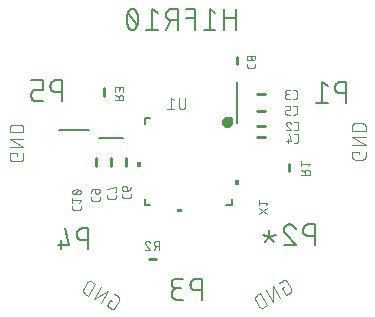
<source format=gbr>
G04 EAGLE Gerber RS-274X export*
G75*
%MOMM*%
%FSLAX34Y34*%
%LPD*%
%INSilkscreen Bottom*%
%IPPOS*%
%AMOC8*
5,1,8,0,0,1.08239X$1,22.5*%
G01*
%ADD10C,0.152400*%
%ADD11C,0.101600*%
%ADD12C,0.076200*%
%ADD13C,0.254000*%
%ADD14C,0.406400*%
%ADD15C,0.050800*%

G36*
X-40130Y131994D02*
X-40130Y131994D01*
X-40128Y131993D01*
X-40085Y132013D01*
X-40041Y132031D01*
X-40041Y132033D01*
X-40039Y132034D01*
X-40006Y132119D01*
X-40006Y135929D01*
X-40007Y135931D01*
X-40006Y135933D01*
X-40026Y135976D01*
X-40044Y136020D01*
X-40046Y136020D01*
X-40047Y136022D01*
X-40132Y136055D01*
X-42672Y136055D01*
X-42674Y136054D01*
X-42676Y136055D01*
X-42719Y136035D01*
X-42763Y136017D01*
X-42763Y136015D01*
X-42765Y136014D01*
X-42798Y135929D01*
X-42798Y132119D01*
X-42797Y132117D01*
X-42798Y132115D01*
X-42778Y132072D01*
X-42760Y132028D01*
X-42758Y132028D01*
X-42757Y132026D01*
X-42672Y131993D01*
X-40132Y131993D01*
X-40130Y131994D01*
G37*
G36*
X42674Y116991D02*
X42674Y116991D01*
X42676Y116990D01*
X42719Y117010D01*
X42763Y117028D01*
X42763Y117030D01*
X42765Y117031D01*
X42798Y117116D01*
X42798Y120926D01*
X42797Y120928D01*
X42798Y120930D01*
X42778Y120973D01*
X42760Y121017D01*
X42758Y121017D01*
X42757Y121019D01*
X42672Y121052D01*
X40132Y121052D01*
X40130Y121051D01*
X40128Y121052D01*
X40085Y121032D01*
X40041Y121014D01*
X40041Y121012D01*
X40039Y121011D01*
X40006Y120926D01*
X40006Y117116D01*
X40007Y117114D01*
X40006Y117112D01*
X40026Y117069D01*
X40044Y117025D01*
X40046Y117025D01*
X40047Y117023D01*
X40132Y116990D01*
X42672Y116990D01*
X42674Y116991D01*
G37*
G36*
X-5595Y93728D02*
X-5595Y93728D01*
X-5593Y93727D01*
X-5550Y93747D01*
X-5506Y93765D01*
X-5506Y93767D01*
X-5504Y93768D01*
X-5471Y93853D01*
X-5471Y96393D01*
X-5472Y96395D01*
X-5471Y96397D01*
X-5491Y96440D01*
X-5509Y96484D01*
X-5511Y96484D01*
X-5512Y96486D01*
X-5597Y96519D01*
X-9407Y96519D01*
X-9409Y96518D01*
X-9411Y96519D01*
X-9454Y96499D01*
X-9498Y96481D01*
X-9498Y96479D01*
X-9500Y96478D01*
X-9533Y96393D01*
X-9533Y93853D01*
X-9532Y93851D01*
X-9533Y93849D01*
X-9513Y93806D01*
X-9495Y93762D01*
X-9493Y93762D01*
X-9492Y93760D01*
X-9407Y93727D01*
X-5597Y93727D01*
X-5595Y93728D01*
G37*
D10*
X134176Y186500D02*
X134176Y204280D01*
X129237Y204280D01*
X129097Y204278D01*
X128958Y204272D01*
X128818Y204262D01*
X128679Y204248D01*
X128540Y204231D01*
X128402Y204209D01*
X128265Y204183D01*
X128128Y204154D01*
X127992Y204121D01*
X127858Y204084D01*
X127724Y204043D01*
X127592Y203998D01*
X127460Y203949D01*
X127331Y203897D01*
X127203Y203842D01*
X127076Y203782D01*
X126951Y203719D01*
X126828Y203653D01*
X126707Y203583D01*
X126588Y203510D01*
X126471Y203433D01*
X126357Y203353D01*
X126244Y203270D01*
X126134Y203184D01*
X126027Y203094D01*
X125922Y203002D01*
X125820Y202907D01*
X125720Y202809D01*
X125623Y202708D01*
X125529Y202604D01*
X125439Y202498D01*
X125351Y202389D01*
X125266Y202278D01*
X125185Y202164D01*
X125106Y202049D01*
X125031Y201931D01*
X124960Y201811D01*
X124892Y201688D01*
X124827Y201565D01*
X124766Y201439D01*
X124708Y201311D01*
X124654Y201183D01*
X124604Y201052D01*
X124557Y200920D01*
X124514Y200787D01*
X124475Y200653D01*
X124440Y200518D01*
X124409Y200382D01*
X124381Y200244D01*
X124358Y200107D01*
X124338Y199968D01*
X124322Y199829D01*
X124310Y199690D01*
X124302Y199551D01*
X124298Y199411D01*
X124298Y199271D01*
X124302Y199131D01*
X124310Y198992D01*
X124322Y198853D01*
X124338Y198714D01*
X124358Y198575D01*
X124381Y198438D01*
X124409Y198300D01*
X124440Y198164D01*
X124475Y198029D01*
X124514Y197895D01*
X124557Y197762D01*
X124604Y197630D01*
X124654Y197499D01*
X124708Y197371D01*
X124766Y197243D01*
X124827Y197117D01*
X124892Y196994D01*
X124960Y196871D01*
X125031Y196751D01*
X125106Y196633D01*
X125185Y196518D01*
X125266Y196404D01*
X125351Y196293D01*
X125439Y196184D01*
X125529Y196078D01*
X125623Y195974D01*
X125720Y195873D01*
X125820Y195775D01*
X125922Y195680D01*
X126027Y195588D01*
X126134Y195498D01*
X126244Y195412D01*
X126357Y195329D01*
X126471Y195249D01*
X126588Y195172D01*
X126707Y195099D01*
X126828Y195029D01*
X126951Y194963D01*
X127076Y194900D01*
X127203Y194840D01*
X127331Y194785D01*
X127460Y194733D01*
X127592Y194684D01*
X127724Y194639D01*
X127858Y194598D01*
X127992Y194561D01*
X128128Y194528D01*
X128265Y194499D01*
X128402Y194473D01*
X128540Y194451D01*
X128679Y194434D01*
X128818Y194420D01*
X128958Y194410D01*
X129097Y194404D01*
X129237Y194402D01*
X134176Y194402D01*
X118180Y200328D02*
X113242Y204280D01*
X113242Y186500D01*
X118180Y186500D02*
X108303Y186500D01*
X107188Y83630D02*
X107188Y65850D01*
X107188Y83630D02*
X102249Y83630D01*
X102109Y83628D01*
X101970Y83622D01*
X101830Y83612D01*
X101691Y83598D01*
X101552Y83581D01*
X101414Y83559D01*
X101277Y83533D01*
X101140Y83504D01*
X101004Y83471D01*
X100870Y83434D01*
X100736Y83393D01*
X100604Y83348D01*
X100472Y83299D01*
X100343Y83247D01*
X100215Y83192D01*
X100088Y83132D01*
X99963Y83069D01*
X99840Y83003D01*
X99719Y82933D01*
X99600Y82860D01*
X99483Y82783D01*
X99369Y82703D01*
X99256Y82620D01*
X99146Y82534D01*
X99039Y82444D01*
X98934Y82352D01*
X98832Y82257D01*
X98732Y82159D01*
X98635Y82058D01*
X98541Y81954D01*
X98451Y81848D01*
X98363Y81739D01*
X98278Y81628D01*
X98197Y81514D01*
X98118Y81399D01*
X98043Y81281D01*
X97972Y81160D01*
X97904Y81038D01*
X97839Y80915D01*
X97778Y80789D01*
X97720Y80661D01*
X97666Y80533D01*
X97616Y80402D01*
X97569Y80270D01*
X97526Y80137D01*
X97487Y80003D01*
X97452Y79868D01*
X97421Y79732D01*
X97393Y79594D01*
X97370Y79457D01*
X97350Y79318D01*
X97334Y79179D01*
X97322Y79040D01*
X97314Y78901D01*
X97310Y78761D01*
X97310Y78621D01*
X97314Y78481D01*
X97322Y78342D01*
X97334Y78203D01*
X97350Y78064D01*
X97370Y77925D01*
X97393Y77788D01*
X97421Y77650D01*
X97452Y77514D01*
X97487Y77379D01*
X97526Y77245D01*
X97569Y77112D01*
X97616Y76980D01*
X97666Y76849D01*
X97720Y76721D01*
X97778Y76593D01*
X97839Y76467D01*
X97904Y76344D01*
X97972Y76221D01*
X98043Y76101D01*
X98118Y75983D01*
X98197Y75868D01*
X98278Y75754D01*
X98363Y75643D01*
X98451Y75534D01*
X98541Y75428D01*
X98635Y75324D01*
X98732Y75223D01*
X98832Y75125D01*
X98934Y75030D01*
X99039Y74938D01*
X99146Y74848D01*
X99256Y74762D01*
X99369Y74679D01*
X99483Y74599D01*
X99600Y74522D01*
X99719Y74449D01*
X99840Y74379D01*
X99963Y74313D01*
X100088Y74250D01*
X100215Y74190D01*
X100343Y74135D01*
X100472Y74083D01*
X100604Y74034D01*
X100736Y73989D01*
X100870Y73948D01*
X101004Y73911D01*
X101140Y73878D01*
X101277Y73849D01*
X101414Y73823D01*
X101552Y73801D01*
X101691Y73784D01*
X101830Y73770D01*
X101970Y73760D01*
X102109Y73754D01*
X102249Y73752D01*
X107188Y73752D01*
X85760Y83630D02*
X85628Y83628D01*
X85497Y83622D01*
X85365Y83612D01*
X85234Y83599D01*
X85104Y83581D01*
X84974Y83560D01*
X84844Y83535D01*
X84716Y83506D01*
X84588Y83473D01*
X84462Y83436D01*
X84336Y83396D01*
X84212Y83352D01*
X84089Y83304D01*
X83968Y83253D01*
X83848Y83198D01*
X83730Y83140D01*
X83614Y83078D01*
X83500Y83012D01*
X83387Y82944D01*
X83277Y82872D01*
X83169Y82797D01*
X83063Y82718D01*
X82959Y82637D01*
X82858Y82552D01*
X82760Y82465D01*
X82664Y82374D01*
X82571Y82281D01*
X82480Y82185D01*
X82393Y82087D01*
X82308Y81986D01*
X82227Y81882D01*
X82148Y81776D01*
X82073Y81668D01*
X82001Y81558D01*
X81933Y81445D01*
X81867Y81331D01*
X81805Y81215D01*
X81747Y81097D01*
X81692Y80977D01*
X81641Y80856D01*
X81593Y80733D01*
X81549Y80609D01*
X81509Y80483D01*
X81472Y80357D01*
X81439Y80229D01*
X81410Y80101D01*
X81385Y79971D01*
X81364Y79841D01*
X81346Y79711D01*
X81333Y79580D01*
X81323Y79448D01*
X81317Y79317D01*
X81315Y79185D01*
X85760Y83630D02*
X85910Y83628D01*
X86059Y83622D01*
X86208Y83612D01*
X86357Y83599D01*
X86506Y83581D01*
X86654Y83560D01*
X86802Y83534D01*
X86948Y83505D01*
X87094Y83472D01*
X87239Y83435D01*
X87383Y83394D01*
X87526Y83350D01*
X87668Y83302D01*
X87808Y83250D01*
X87947Y83195D01*
X88085Y83136D01*
X88220Y83073D01*
X88355Y83007D01*
X88487Y82937D01*
X88617Y82864D01*
X88746Y82787D01*
X88873Y82707D01*
X88997Y82624D01*
X89119Y82538D01*
X89239Y82448D01*
X89356Y82355D01*
X89471Y82260D01*
X89584Y82161D01*
X89694Y82059D01*
X89801Y81955D01*
X89905Y81848D01*
X90007Y81738D01*
X90105Y81625D01*
X90201Y81510D01*
X90293Y81392D01*
X90383Y81272D01*
X90469Y81150D01*
X90552Y81026D01*
X90632Y80899D01*
X90708Y80771D01*
X90781Y80640D01*
X90851Y80507D01*
X90917Y80373D01*
X90979Y80237D01*
X91038Y80100D01*
X91094Y79961D01*
X91145Y79820D01*
X91193Y79679D01*
X82798Y75728D02*
X82702Y75821D01*
X82610Y75917D01*
X82520Y76016D01*
X82433Y76117D01*
X82349Y76220D01*
X82267Y76325D01*
X82189Y76433D01*
X82114Y76543D01*
X82041Y76655D01*
X81972Y76769D01*
X81906Y76885D01*
X81844Y77003D01*
X81785Y77122D01*
X81729Y77243D01*
X81676Y77366D01*
X81627Y77490D01*
X81582Y77615D01*
X81539Y77742D01*
X81501Y77869D01*
X81466Y77998D01*
X81435Y78127D01*
X81407Y78258D01*
X81383Y78389D01*
X81362Y78521D01*
X81346Y78653D01*
X81333Y78786D01*
X81323Y78919D01*
X81318Y79052D01*
X81316Y79185D01*
X82797Y75727D02*
X91193Y65850D01*
X81315Y65850D01*
X68945Y72764D02*
X68945Y78691D01*
X68945Y72764D02*
X65488Y68319D01*
X68945Y72764D02*
X72403Y68319D01*
X68945Y72764D02*
X63513Y74740D01*
X68945Y72764D02*
X74378Y74740D01*
X-106715Y187833D02*
X-106715Y205613D01*
X-111654Y205613D01*
X-111794Y205611D01*
X-111933Y205605D01*
X-112073Y205595D01*
X-112212Y205581D01*
X-112351Y205564D01*
X-112489Y205542D01*
X-112626Y205516D01*
X-112763Y205487D01*
X-112899Y205454D01*
X-113033Y205417D01*
X-113167Y205376D01*
X-113299Y205331D01*
X-113431Y205282D01*
X-113560Y205230D01*
X-113688Y205175D01*
X-113815Y205115D01*
X-113940Y205052D01*
X-114063Y204986D01*
X-114184Y204916D01*
X-114303Y204843D01*
X-114420Y204766D01*
X-114534Y204686D01*
X-114647Y204603D01*
X-114757Y204517D01*
X-114864Y204427D01*
X-114969Y204335D01*
X-115071Y204240D01*
X-115171Y204142D01*
X-115268Y204041D01*
X-115362Y203937D01*
X-115452Y203831D01*
X-115540Y203722D01*
X-115625Y203611D01*
X-115706Y203497D01*
X-115785Y203382D01*
X-115860Y203264D01*
X-115931Y203144D01*
X-115999Y203021D01*
X-116064Y202898D01*
X-116125Y202772D01*
X-116183Y202644D01*
X-116237Y202516D01*
X-116287Y202385D01*
X-116334Y202253D01*
X-116377Y202120D01*
X-116416Y201986D01*
X-116451Y201851D01*
X-116482Y201715D01*
X-116510Y201577D01*
X-116533Y201440D01*
X-116553Y201301D01*
X-116569Y201162D01*
X-116581Y201023D01*
X-116589Y200884D01*
X-116593Y200744D01*
X-116593Y200604D01*
X-116589Y200464D01*
X-116581Y200325D01*
X-116569Y200186D01*
X-116553Y200047D01*
X-116533Y199908D01*
X-116510Y199771D01*
X-116482Y199633D01*
X-116451Y199497D01*
X-116416Y199362D01*
X-116377Y199228D01*
X-116334Y199095D01*
X-116287Y198963D01*
X-116237Y198832D01*
X-116183Y198704D01*
X-116125Y198576D01*
X-116064Y198450D01*
X-115999Y198327D01*
X-115931Y198204D01*
X-115860Y198084D01*
X-115785Y197966D01*
X-115706Y197851D01*
X-115625Y197737D01*
X-115540Y197626D01*
X-115452Y197517D01*
X-115362Y197411D01*
X-115268Y197307D01*
X-115171Y197206D01*
X-115071Y197108D01*
X-114969Y197013D01*
X-114864Y196921D01*
X-114757Y196831D01*
X-114647Y196745D01*
X-114534Y196662D01*
X-114420Y196582D01*
X-114303Y196505D01*
X-114184Y196432D01*
X-114063Y196362D01*
X-113940Y196296D01*
X-113815Y196233D01*
X-113688Y196173D01*
X-113560Y196118D01*
X-113431Y196066D01*
X-113299Y196017D01*
X-113167Y195972D01*
X-113033Y195931D01*
X-112899Y195894D01*
X-112763Y195861D01*
X-112626Y195832D01*
X-112489Y195806D01*
X-112351Y195784D01*
X-112212Y195767D01*
X-112073Y195753D01*
X-111933Y195743D01*
X-111794Y195737D01*
X-111654Y195735D01*
X-106715Y195735D01*
X-122710Y187833D02*
X-128637Y187833D01*
X-128761Y187835D01*
X-128885Y187841D01*
X-129009Y187851D01*
X-129132Y187864D01*
X-129255Y187882D01*
X-129377Y187903D01*
X-129499Y187928D01*
X-129620Y187957D01*
X-129739Y187990D01*
X-129858Y188026D01*
X-129975Y188067D01*
X-130091Y188110D01*
X-130206Y188158D01*
X-130319Y188209D01*
X-130431Y188264D01*
X-130540Y188322D01*
X-130648Y188383D01*
X-130754Y188448D01*
X-130858Y188516D01*
X-130959Y188588D01*
X-131059Y188662D01*
X-131155Y188740D01*
X-131250Y188820D01*
X-131342Y188904D01*
X-131431Y188990D01*
X-131517Y189079D01*
X-131601Y189171D01*
X-131681Y189266D01*
X-131759Y189362D01*
X-131833Y189462D01*
X-131905Y189563D01*
X-131973Y189667D01*
X-132038Y189773D01*
X-132099Y189881D01*
X-132157Y189990D01*
X-132212Y190102D01*
X-132263Y190215D01*
X-132311Y190330D01*
X-132354Y190446D01*
X-132395Y190563D01*
X-132431Y190682D01*
X-132464Y190801D01*
X-132493Y190922D01*
X-132518Y191044D01*
X-132539Y191166D01*
X-132557Y191289D01*
X-132570Y191412D01*
X-132580Y191536D01*
X-132586Y191660D01*
X-132588Y191784D01*
X-132588Y193760D01*
X-132586Y193884D01*
X-132580Y194008D01*
X-132570Y194132D01*
X-132557Y194255D01*
X-132539Y194378D01*
X-132518Y194500D01*
X-132493Y194622D01*
X-132464Y194743D01*
X-132431Y194862D01*
X-132395Y194981D01*
X-132354Y195098D01*
X-132311Y195214D01*
X-132263Y195329D01*
X-132212Y195442D01*
X-132157Y195554D01*
X-132099Y195663D01*
X-132038Y195771D01*
X-131973Y195877D01*
X-131905Y195981D01*
X-131833Y196082D01*
X-131759Y196182D01*
X-131681Y196278D01*
X-131601Y196373D01*
X-131517Y196465D01*
X-131431Y196554D01*
X-131342Y196640D01*
X-131250Y196724D01*
X-131155Y196804D01*
X-131059Y196882D01*
X-130959Y196956D01*
X-130858Y197028D01*
X-130754Y197096D01*
X-130648Y197161D01*
X-130540Y197222D01*
X-130431Y197280D01*
X-130319Y197335D01*
X-130206Y197386D01*
X-130091Y197434D01*
X-129975Y197477D01*
X-129858Y197518D01*
X-129739Y197554D01*
X-129620Y197587D01*
X-129499Y197616D01*
X-129377Y197641D01*
X-129255Y197662D01*
X-129132Y197680D01*
X-129009Y197693D01*
X-128885Y197703D01*
X-128761Y197709D01*
X-128637Y197711D01*
X-122710Y197711D01*
X-122710Y205613D01*
X-132588Y205613D01*
X-84490Y80201D02*
X-84490Y62421D01*
X-84490Y80201D02*
X-89429Y80201D01*
X-89569Y80199D01*
X-89708Y80193D01*
X-89848Y80183D01*
X-89987Y80169D01*
X-90126Y80152D01*
X-90264Y80130D01*
X-90401Y80104D01*
X-90538Y80075D01*
X-90674Y80042D01*
X-90808Y80005D01*
X-90942Y79964D01*
X-91074Y79919D01*
X-91206Y79870D01*
X-91335Y79818D01*
X-91463Y79763D01*
X-91590Y79703D01*
X-91715Y79640D01*
X-91838Y79574D01*
X-91959Y79504D01*
X-92078Y79431D01*
X-92195Y79354D01*
X-92309Y79274D01*
X-92422Y79191D01*
X-92532Y79105D01*
X-92639Y79015D01*
X-92744Y78923D01*
X-92846Y78828D01*
X-92946Y78730D01*
X-93043Y78629D01*
X-93137Y78525D01*
X-93227Y78419D01*
X-93315Y78310D01*
X-93400Y78199D01*
X-93481Y78085D01*
X-93560Y77970D01*
X-93635Y77852D01*
X-93706Y77731D01*
X-93774Y77609D01*
X-93839Y77486D01*
X-93900Y77360D01*
X-93958Y77232D01*
X-94012Y77104D01*
X-94062Y76973D01*
X-94109Y76841D01*
X-94152Y76708D01*
X-94191Y76574D01*
X-94226Y76439D01*
X-94257Y76303D01*
X-94285Y76165D01*
X-94308Y76028D01*
X-94328Y75889D01*
X-94344Y75750D01*
X-94356Y75611D01*
X-94364Y75472D01*
X-94368Y75332D01*
X-94368Y75192D01*
X-94364Y75052D01*
X-94356Y74913D01*
X-94344Y74774D01*
X-94328Y74635D01*
X-94308Y74496D01*
X-94285Y74359D01*
X-94257Y74221D01*
X-94226Y74085D01*
X-94191Y73950D01*
X-94152Y73816D01*
X-94109Y73683D01*
X-94062Y73551D01*
X-94012Y73420D01*
X-93958Y73292D01*
X-93900Y73164D01*
X-93839Y73038D01*
X-93774Y72915D01*
X-93706Y72792D01*
X-93635Y72672D01*
X-93560Y72554D01*
X-93481Y72439D01*
X-93400Y72325D01*
X-93315Y72214D01*
X-93227Y72105D01*
X-93137Y71999D01*
X-93043Y71895D01*
X-92946Y71794D01*
X-92846Y71696D01*
X-92744Y71601D01*
X-92639Y71509D01*
X-92532Y71419D01*
X-92422Y71333D01*
X-92309Y71250D01*
X-92195Y71170D01*
X-92078Y71093D01*
X-91959Y71020D01*
X-91838Y70950D01*
X-91715Y70884D01*
X-91590Y70821D01*
X-91463Y70761D01*
X-91335Y70706D01*
X-91206Y70654D01*
X-91074Y70605D01*
X-90942Y70560D01*
X-90808Y70519D01*
X-90674Y70482D01*
X-90538Y70449D01*
X-90401Y70420D01*
X-90264Y70394D01*
X-90126Y70372D01*
X-89987Y70355D01*
X-89848Y70341D01*
X-89708Y70331D01*
X-89569Y70325D01*
X-89429Y70323D01*
X-84490Y70323D01*
X-100485Y66372D02*
X-104436Y80201D01*
X-100485Y66372D02*
X-110363Y66372D01*
X-107400Y70323D02*
X-107400Y62421D01*
D11*
X79339Y29549D02*
X81026Y30523D01*
X79339Y29549D02*
X82585Y23928D01*
X85958Y25875D01*
X85957Y25876D02*
X86042Y25927D01*
X86125Y25982D01*
X86206Y26040D01*
X86285Y26100D01*
X86361Y26164D01*
X86435Y26231D01*
X86506Y26300D01*
X86575Y26372D01*
X86641Y26447D01*
X86703Y26524D01*
X86763Y26604D01*
X86820Y26685D01*
X86873Y26769D01*
X86924Y26855D01*
X86971Y26943D01*
X87014Y27032D01*
X87054Y27123D01*
X87091Y27215D01*
X87124Y27309D01*
X87153Y27404D01*
X87179Y27500D01*
X87201Y27597D01*
X87219Y27695D01*
X87234Y27793D01*
X87245Y27892D01*
X87252Y27991D01*
X87255Y28091D01*
X87254Y28190D01*
X87250Y28290D01*
X87241Y28389D01*
X87229Y28488D01*
X87214Y28586D01*
X87194Y28683D01*
X87171Y28780D01*
X87144Y28876D01*
X87113Y28970D01*
X87079Y29064D01*
X87041Y29156D01*
X87000Y29246D01*
X86955Y29335D01*
X86907Y29422D01*
X86908Y29422D02*
X83662Y35043D01*
X83611Y35128D01*
X83556Y35211D01*
X83499Y35292D01*
X83438Y35371D01*
X83374Y35447D01*
X83307Y35521D01*
X83238Y35592D01*
X83166Y35661D01*
X83091Y35727D01*
X83014Y35789D01*
X82935Y35849D01*
X82853Y35906D01*
X82769Y35959D01*
X82683Y36010D01*
X82596Y36057D01*
X82506Y36100D01*
X82415Y36140D01*
X82323Y36177D01*
X82229Y36210D01*
X82134Y36239D01*
X82038Y36265D01*
X81941Y36287D01*
X81843Y36305D01*
X81745Y36320D01*
X81646Y36331D01*
X81547Y36338D01*
X81447Y36341D01*
X81348Y36340D01*
X81248Y36336D01*
X81149Y36327D01*
X81051Y36315D01*
X80952Y36300D01*
X80855Y36280D01*
X80758Y36257D01*
X80662Y36230D01*
X80568Y36199D01*
X80474Y36165D01*
X80382Y36127D01*
X80292Y36086D01*
X80203Y36041D01*
X80116Y35993D01*
X80116Y35994D02*
X76743Y34047D01*
X71806Y31196D02*
X77648Y21077D01*
X72026Y17832D02*
X71806Y31196D01*
X66184Y27951D02*
X72026Y17832D01*
X67089Y14981D02*
X61247Y25100D01*
X58436Y23477D01*
X58436Y23478D02*
X58339Y23420D01*
X58244Y23358D01*
X58151Y23293D01*
X58061Y23225D01*
X57973Y23154D01*
X57887Y23079D01*
X57804Y23002D01*
X57724Y22922D01*
X57647Y22839D01*
X57572Y22753D01*
X57501Y22665D01*
X57433Y22575D01*
X57368Y22482D01*
X57306Y22387D01*
X57248Y22290D01*
X57193Y22191D01*
X57142Y22090D01*
X57094Y21987D01*
X57049Y21883D01*
X57009Y21777D01*
X56972Y21670D01*
X56939Y21562D01*
X56909Y21452D01*
X56884Y21342D01*
X56862Y21231D01*
X56845Y21119D01*
X56831Y21006D01*
X56821Y20893D01*
X56815Y20780D01*
X56813Y20667D01*
X56815Y20554D01*
X56821Y20441D01*
X56831Y20328D01*
X56845Y20215D01*
X56862Y20103D01*
X56884Y19992D01*
X56909Y19882D01*
X56939Y19772D01*
X56972Y19664D01*
X57009Y19557D01*
X57049Y19451D01*
X57094Y19347D01*
X57141Y19244D01*
X57193Y19143D01*
X57248Y19044D01*
X59845Y14547D01*
X59845Y14546D02*
X59903Y14449D01*
X59965Y14354D01*
X60030Y14261D01*
X60098Y14171D01*
X60169Y14083D01*
X60244Y13997D01*
X60321Y13914D01*
X60401Y13834D01*
X60484Y13757D01*
X60570Y13682D01*
X60658Y13611D01*
X60748Y13543D01*
X60841Y13478D01*
X60936Y13416D01*
X61033Y13358D01*
X61132Y13303D01*
X61233Y13252D01*
X61336Y13204D01*
X61440Y13159D01*
X61546Y13119D01*
X61653Y13082D01*
X61761Y13049D01*
X61871Y13019D01*
X61981Y12994D01*
X62092Y12972D01*
X62204Y12955D01*
X62317Y12941D01*
X62430Y12931D01*
X62543Y12925D01*
X62656Y12923D01*
X62769Y12925D01*
X62882Y12931D01*
X62995Y12941D01*
X63108Y12955D01*
X63220Y12972D01*
X63331Y12994D01*
X63441Y13019D01*
X63551Y13049D01*
X63659Y13082D01*
X63766Y13119D01*
X63872Y13159D01*
X63976Y13204D01*
X64079Y13252D01*
X64180Y13303D01*
X64279Y13358D01*
X64278Y13359D02*
X67089Y14981D01*
X145112Y143023D02*
X145112Y144971D01*
X138621Y144971D01*
X138621Y141076D01*
X138623Y140977D01*
X138629Y140877D01*
X138638Y140778D01*
X138651Y140680D01*
X138668Y140582D01*
X138689Y140484D01*
X138714Y140388D01*
X138742Y140293D01*
X138774Y140199D01*
X138809Y140106D01*
X138848Y140014D01*
X138891Y139924D01*
X138936Y139836D01*
X138986Y139749D01*
X139038Y139665D01*
X139094Y139582D01*
X139152Y139502D01*
X139214Y139424D01*
X139279Y139349D01*
X139347Y139276D01*
X139417Y139206D01*
X139490Y139138D01*
X139565Y139073D01*
X139643Y139011D01*
X139723Y138953D01*
X139806Y138897D01*
X139890Y138845D01*
X139977Y138795D01*
X140065Y138750D01*
X140155Y138707D01*
X140247Y138668D01*
X140340Y138633D01*
X140434Y138601D01*
X140529Y138573D01*
X140625Y138548D01*
X140723Y138527D01*
X140821Y138510D01*
X140919Y138497D01*
X141018Y138488D01*
X141118Y138482D01*
X141217Y138480D01*
X141217Y138479D02*
X147708Y138479D01*
X147708Y138480D02*
X147807Y138482D01*
X147907Y138488D01*
X148006Y138497D01*
X148104Y138510D01*
X148202Y138527D01*
X148300Y138548D01*
X148396Y138573D01*
X148491Y138601D01*
X148585Y138633D01*
X148678Y138668D01*
X148770Y138707D01*
X148860Y138750D01*
X148948Y138795D01*
X149035Y138845D01*
X149119Y138897D01*
X149202Y138953D01*
X149282Y139011D01*
X149360Y139073D01*
X149435Y139138D01*
X149508Y139206D01*
X149578Y139276D01*
X149646Y139349D01*
X149711Y139424D01*
X149773Y139502D01*
X149831Y139582D01*
X149887Y139665D01*
X149939Y139749D01*
X149989Y139836D01*
X150034Y139924D01*
X150077Y140014D01*
X150116Y140106D01*
X150151Y140198D01*
X150183Y140293D01*
X150211Y140388D01*
X150236Y140484D01*
X150257Y140582D01*
X150274Y140680D01*
X150287Y140778D01*
X150296Y140877D01*
X150302Y140977D01*
X150304Y141076D01*
X150305Y141076D02*
X150305Y144971D01*
X150305Y150671D02*
X138621Y150671D01*
X138621Y157163D02*
X150305Y150671D01*
X150305Y157163D02*
X138621Y157163D01*
X138621Y162863D02*
X150305Y162863D01*
X150305Y166109D01*
X150303Y166222D01*
X150297Y166335D01*
X150287Y166448D01*
X150273Y166561D01*
X150256Y166673D01*
X150234Y166784D01*
X150209Y166894D01*
X150179Y167004D01*
X150146Y167112D01*
X150109Y167219D01*
X150069Y167325D01*
X150024Y167429D01*
X149976Y167532D01*
X149925Y167633D01*
X149870Y167732D01*
X149812Y167829D01*
X149750Y167924D01*
X149685Y168017D01*
X149617Y168107D01*
X149546Y168195D01*
X149471Y168281D01*
X149394Y168364D01*
X149314Y168444D01*
X149231Y168521D01*
X149145Y168596D01*
X149057Y168667D01*
X148967Y168735D01*
X148874Y168800D01*
X148779Y168862D01*
X148682Y168920D01*
X148583Y168975D01*
X148482Y169026D01*
X148379Y169074D01*
X148275Y169119D01*
X148169Y169159D01*
X148062Y169196D01*
X147954Y169229D01*
X147844Y169259D01*
X147734Y169284D01*
X147623Y169306D01*
X147511Y169323D01*
X147398Y169337D01*
X147285Y169347D01*
X147172Y169353D01*
X147059Y169355D01*
X141866Y169355D01*
X141753Y169353D01*
X141640Y169347D01*
X141527Y169337D01*
X141414Y169323D01*
X141302Y169306D01*
X141191Y169284D01*
X141081Y169259D01*
X140971Y169229D01*
X140863Y169196D01*
X140756Y169159D01*
X140650Y169119D01*
X140546Y169074D01*
X140443Y169026D01*
X140342Y168975D01*
X140243Y168920D01*
X140146Y168862D01*
X140051Y168800D01*
X139958Y168735D01*
X139868Y168667D01*
X139780Y168596D01*
X139694Y168521D01*
X139611Y168444D01*
X139531Y168364D01*
X139454Y168281D01*
X139379Y168195D01*
X139308Y168107D01*
X139240Y168017D01*
X139175Y167924D01*
X139113Y167829D01*
X139055Y167732D01*
X139000Y167633D01*
X138949Y167532D01*
X138901Y167429D01*
X138856Y167325D01*
X138816Y167219D01*
X138779Y167112D01*
X138746Y167004D01*
X138716Y166894D01*
X138691Y166784D01*
X138669Y166673D01*
X138652Y166561D01*
X138638Y166448D01*
X138628Y166335D01*
X138622Y166222D01*
X138620Y166109D01*
X138621Y166109D02*
X138621Y162863D01*
X-144607Y143737D02*
X-144607Y141789D01*
X-144607Y143737D02*
X-151098Y143737D01*
X-151098Y139842D01*
X-151096Y139743D01*
X-151090Y139643D01*
X-151081Y139544D01*
X-151068Y139446D01*
X-151051Y139348D01*
X-151030Y139250D01*
X-151005Y139154D01*
X-150977Y139059D01*
X-150945Y138965D01*
X-150910Y138872D01*
X-150871Y138780D01*
X-150828Y138690D01*
X-150783Y138602D01*
X-150733Y138515D01*
X-150681Y138431D01*
X-150625Y138348D01*
X-150567Y138268D01*
X-150505Y138190D01*
X-150440Y138115D01*
X-150372Y138042D01*
X-150302Y137972D01*
X-150229Y137904D01*
X-150154Y137839D01*
X-150076Y137777D01*
X-149996Y137719D01*
X-149913Y137663D01*
X-149829Y137611D01*
X-149742Y137561D01*
X-149654Y137516D01*
X-149564Y137473D01*
X-149472Y137434D01*
X-149379Y137399D01*
X-149285Y137367D01*
X-149190Y137339D01*
X-149094Y137314D01*
X-148996Y137293D01*
X-148898Y137276D01*
X-148800Y137263D01*
X-148701Y137254D01*
X-148601Y137248D01*
X-148502Y137246D01*
X-142011Y137246D01*
X-142011Y137245D02*
X-141912Y137247D01*
X-141812Y137253D01*
X-141713Y137262D01*
X-141615Y137275D01*
X-141517Y137293D01*
X-141419Y137313D01*
X-141323Y137338D01*
X-141227Y137366D01*
X-141133Y137398D01*
X-141040Y137433D01*
X-140949Y137472D01*
X-140859Y137515D01*
X-140770Y137560D01*
X-140684Y137610D01*
X-140599Y137662D01*
X-140517Y137718D01*
X-140437Y137777D01*
X-140359Y137838D01*
X-140283Y137903D01*
X-140210Y137971D01*
X-140140Y138041D01*
X-140072Y138114D01*
X-140007Y138190D01*
X-139946Y138268D01*
X-139887Y138348D01*
X-139831Y138430D01*
X-139779Y138515D01*
X-139730Y138601D01*
X-139684Y138690D01*
X-139641Y138780D01*
X-139602Y138871D01*
X-139567Y138964D01*
X-139535Y139058D01*
X-139507Y139154D01*
X-139482Y139250D01*
X-139462Y139348D01*
X-139444Y139446D01*
X-139431Y139544D01*
X-139422Y139643D01*
X-139416Y139742D01*
X-139414Y139842D01*
X-139414Y143737D01*
X-139414Y149438D02*
X-151098Y149438D01*
X-151098Y155929D02*
X-139414Y149438D01*
X-139414Y155929D02*
X-151098Y155929D01*
X-151098Y161630D02*
X-139414Y161630D01*
X-139414Y164875D01*
X-139416Y164988D01*
X-139422Y165101D01*
X-139432Y165214D01*
X-139446Y165327D01*
X-139463Y165439D01*
X-139485Y165550D01*
X-139510Y165660D01*
X-139540Y165770D01*
X-139573Y165878D01*
X-139610Y165985D01*
X-139650Y166091D01*
X-139695Y166195D01*
X-139743Y166298D01*
X-139794Y166399D01*
X-139849Y166498D01*
X-139907Y166595D01*
X-139969Y166690D01*
X-140034Y166783D01*
X-140102Y166873D01*
X-140173Y166961D01*
X-140248Y167047D01*
X-140325Y167130D01*
X-140405Y167210D01*
X-140488Y167287D01*
X-140574Y167362D01*
X-140662Y167433D01*
X-140752Y167501D01*
X-140845Y167566D01*
X-140940Y167628D01*
X-141037Y167686D01*
X-141136Y167741D01*
X-141237Y167792D01*
X-141340Y167840D01*
X-141444Y167885D01*
X-141550Y167925D01*
X-141657Y167962D01*
X-141765Y167995D01*
X-141875Y168025D01*
X-141985Y168050D01*
X-142096Y168072D01*
X-142208Y168089D01*
X-142321Y168103D01*
X-142434Y168113D01*
X-142547Y168119D01*
X-142660Y168121D01*
X-147853Y168121D01*
X-147966Y168119D01*
X-148079Y168113D01*
X-148192Y168103D01*
X-148305Y168089D01*
X-148417Y168072D01*
X-148528Y168050D01*
X-148638Y168025D01*
X-148748Y167995D01*
X-148856Y167962D01*
X-148963Y167925D01*
X-149069Y167885D01*
X-149173Y167840D01*
X-149276Y167792D01*
X-149377Y167741D01*
X-149476Y167686D01*
X-149573Y167628D01*
X-149668Y167566D01*
X-149761Y167501D01*
X-149851Y167433D01*
X-149939Y167362D01*
X-150025Y167287D01*
X-150108Y167210D01*
X-150188Y167130D01*
X-150265Y167047D01*
X-150340Y166961D01*
X-150411Y166873D01*
X-150479Y166783D01*
X-150544Y166690D01*
X-150606Y166595D01*
X-150664Y166498D01*
X-150719Y166399D01*
X-150770Y166298D01*
X-150818Y166195D01*
X-150863Y166091D01*
X-150903Y165985D01*
X-150940Y165878D01*
X-150973Y165770D01*
X-151003Y165660D01*
X-151028Y165550D01*
X-151050Y165439D01*
X-151067Y165327D01*
X-151081Y165214D01*
X-151091Y165101D01*
X-151097Y164988D01*
X-151099Y164875D01*
X-151098Y164875D02*
X-151098Y161630D01*
X-65651Y19962D02*
X-63965Y18988D01*
X-65651Y19962D02*
X-68897Y14340D01*
X-65524Y12393D01*
X-65523Y12394D02*
X-65436Y12346D01*
X-65347Y12301D01*
X-65257Y12260D01*
X-65165Y12222D01*
X-65071Y12188D01*
X-64977Y12157D01*
X-64881Y12130D01*
X-64784Y12107D01*
X-64687Y12087D01*
X-64588Y12072D01*
X-64490Y12060D01*
X-64391Y12051D01*
X-64291Y12047D01*
X-64192Y12046D01*
X-64092Y12049D01*
X-63993Y12056D01*
X-63894Y12067D01*
X-63796Y12082D01*
X-63698Y12100D01*
X-63601Y12122D01*
X-63505Y12148D01*
X-63410Y12177D01*
X-63316Y12210D01*
X-63224Y12247D01*
X-63133Y12287D01*
X-63043Y12330D01*
X-62956Y12377D01*
X-62870Y12428D01*
X-62786Y12481D01*
X-62704Y12538D01*
X-62625Y12598D01*
X-62548Y12660D01*
X-62473Y12726D01*
X-62401Y12795D01*
X-62332Y12866D01*
X-62265Y12940D01*
X-62201Y13016D01*
X-62141Y13095D01*
X-62083Y13176D01*
X-62028Y13259D01*
X-61977Y13344D01*
X-61977Y13343D02*
X-58731Y18965D01*
X-58732Y18965D02*
X-58684Y19052D01*
X-58639Y19141D01*
X-58598Y19231D01*
X-58560Y19323D01*
X-58526Y19417D01*
X-58495Y19511D01*
X-58468Y19607D01*
X-58445Y19704D01*
X-58425Y19801D01*
X-58410Y19900D01*
X-58398Y19998D01*
X-58389Y20097D01*
X-58385Y20197D01*
X-58384Y20296D01*
X-58387Y20396D01*
X-58394Y20495D01*
X-58405Y20594D01*
X-58420Y20692D01*
X-58438Y20790D01*
X-58460Y20887D01*
X-58486Y20983D01*
X-58515Y21078D01*
X-58548Y21172D01*
X-58585Y21264D01*
X-58625Y21355D01*
X-58668Y21445D01*
X-58715Y21532D01*
X-58766Y21618D01*
X-58819Y21702D01*
X-58876Y21784D01*
X-58936Y21863D01*
X-58998Y21940D01*
X-59064Y22015D01*
X-59133Y22087D01*
X-59204Y22156D01*
X-59278Y22223D01*
X-59354Y22287D01*
X-59433Y22347D01*
X-59514Y22405D01*
X-59597Y22460D01*
X-59682Y22511D01*
X-59682Y22512D02*
X-63055Y24459D01*
X-67992Y27309D02*
X-73834Y17191D01*
X-79455Y20436D02*
X-67992Y27309D01*
X-73613Y30555D02*
X-79455Y20436D01*
X-84392Y23287D02*
X-78550Y33405D01*
X-81361Y35028D01*
X-81460Y35083D01*
X-81561Y35134D01*
X-81664Y35182D01*
X-81768Y35227D01*
X-81874Y35267D01*
X-81981Y35304D01*
X-82089Y35337D01*
X-82199Y35367D01*
X-82309Y35392D01*
X-82420Y35414D01*
X-82532Y35431D01*
X-82645Y35445D01*
X-82758Y35455D01*
X-82871Y35461D01*
X-82984Y35463D01*
X-83097Y35461D01*
X-83210Y35455D01*
X-83323Y35445D01*
X-83436Y35431D01*
X-83548Y35414D01*
X-83659Y35392D01*
X-83769Y35367D01*
X-83879Y35337D01*
X-83987Y35304D01*
X-84094Y35267D01*
X-84200Y35227D01*
X-84304Y35182D01*
X-84407Y35134D01*
X-84508Y35083D01*
X-84607Y35028D01*
X-84704Y34970D01*
X-84799Y34908D01*
X-84892Y34843D01*
X-84982Y34775D01*
X-85071Y34704D01*
X-85156Y34629D01*
X-85239Y34552D01*
X-85319Y34472D01*
X-85396Y34389D01*
X-85471Y34303D01*
X-85542Y34215D01*
X-85610Y34125D01*
X-85675Y34032D01*
X-85737Y33937D01*
X-85795Y33840D01*
X-88391Y29343D01*
X-88446Y29244D01*
X-88497Y29143D01*
X-88545Y29040D01*
X-88590Y28936D01*
X-88630Y28830D01*
X-88667Y28723D01*
X-88700Y28615D01*
X-88730Y28505D01*
X-88755Y28395D01*
X-88777Y28284D01*
X-88794Y28172D01*
X-88808Y28059D01*
X-88818Y27946D01*
X-88824Y27833D01*
X-88826Y27720D01*
X-88824Y27607D01*
X-88818Y27494D01*
X-88808Y27381D01*
X-88794Y27268D01*
X-88777Y27156D01*
X-88755Y27045D01*
X-88730Y26935D01*
X-88700Y26825D01*
X-88667Y26717D01*
X-88630Y26610D01*
X-88590Y26504D01*
X-88545Y26400D01*
X-88497Y26297D01*
X-88446Y26196D01*
X-88391Y26097D01*
X-88333Y26000D01*
X-88271Y25905D01*
X-88206Y25812D01*
X-88138Y25722D01*
X-88067Y25634D01*
X-87992Y25548D01*
X-87915Y25465D01*
X-87835Y25385D01*
X-87752Y25308D01*
X-87666Y25233D01*
X-87578Y25162D01*
X-87488Y25094D01*
X-87395Y25029D01*
X-87300Y24967D01*
X-87203Y24909D01*
X-84392Y23287D01*
D10*
X11938Y19812D02*
X11938Y37592D01*
X6999Y37592D01*
X6859Y37590D01*
X6720Y37584D01*
X6580Y37574D01*
X6441Y37560D01*
X6302Y37543D01*
X6164Y37521D01*
X6027Y37495D01*
X5890Y37466D01*
X5754Y37433D01*
X5620Y37396D01*
X5486Y37355D01*
X5354Y37310D01*
X5222Y37261D01*
X5093Y37209D01*
X4965Y37154D01*
X4838Y37094D01*
X4713Y37031D01*
X4590Y36965D01*
X4469Y36895D01*
X4350Y36822D01*
X4233Y36745D01*
X4119Y36665D01*
X4006Y36582D01*
X3896Y36496D01*
X3789Y36406D01*
X3684Y36314D01*
X3582Y36219D01*
X3482Y36121D01*
X3385Y36020D01*
X3291Y35916D01*
X3201Y35810D01*
X3113Y35701D01*
X3028Y35590D01*
X2947Y35476D01*
X2868Y35361D01*
X2793Y35243D01*
X2722Y35122D01*
X2654Y35000D01*
X2589Y34877D01*
X2528Y34751D01*
X2470Y34623D01*
X2416Y34495D01*
X2366Y34364D01*
X2319Y34232D01*
X2276Y34099D01*
X2237Y33965D01*
X2202Y33830D01*
X2171Y33694D01*
X2143Y33556D01*
X2120Y33419D01*
X2100Y33280D01*
X2084Y33141D01*
X2072Y33002D01*
X2064Y32863D01*
X2060Y32723D01*
X2060Y32583D01*
X2064Y32443D01*
X2072Y32304D01*
X2084Y32165D01*
X2100Y32026D01*
X2120Y31887D01*
X2143Y31750D01*
X2171Y31612D01*
X2202Y31476D01*
X2237Y31341D01*
X2276Y31207D01*
X2319Y31074D01*
X2366Y30942D01*
X2416Y30811D01*
X2470Y30683D01*
X2528Y30555D01*
X2589Y30429D01*
X2654Y30306D01*
X2722Y30183D01*
X2793Y30063D01*
X2868Y29945D01*
X2947Y29830D01*
X3028Y29716D01*
X3113Y29605D01*
X3201Y29496D01*
X3291Y29390D01*
X3385Y29286D01*
X3482Y29185D01*
X3582Y29087D01*
X3684Y28992D01*
X3789Y28900D01*
X3896Y28810D01*
X4006Y28724D01*
X4119Y28641D01*
X4233Y28561D01*
X4350Y28484D01*
X4469Y28411D01*
X4590Y28341D01*
X4713Y28275D01*
X4838Y28212D01*
X4965Y28152D01*
X5093Y28097D01*
X5222Y28045D01*
X5354Y27996D01*
X5486Y27951D01*
X5620Y27910D01*
X5754Y27873D01*
X5890Y27840D01*
X6027Y27811D01*
X6164Y27785D01*
X6302Y27763D01*
X6441Y27746D01*
X6580Y27732D01*
X6720Y27722D01*
X6859Y27716D01*
X6999Y27714D01*
X11938Y27714D01*
X-4057Y19812D02*
X-8996Y19812D01*
X-9136Y19814D01*
X-9275Y19820D01*
X-9415Y19830D01*
X-9554Y19844D01*
X-9693Y19861D01*
X-9831Y19883D01*
X-9968Y19909D01*
X-10105Y19938D01*
X-10241Y19971D01*
X-10375Y20008D01*
X-10509Y20049D01*
X-10641Y20094D01*
X-10773Y20143D01*
X-10902Y20195D01*
X-11030Y20250D01*
X-11157Y20310D01*
X-11282Y20373D01*
X-11405Y20439D01*
X-11526Y20509D01*
X-11645Y20582D01*
X-11762Y20659D01*
X-11876Y20739D01*
X-11989Y20822D01*
X-12099Y20908D01*
X-12206Y20998D01*
X-12311Y21090D01*
X-12413Y21185D01*
X-12513Y21283D01*
X-12610Y21384D01*
X-12704Y21488D01*
X-12794Y21594D01*
X-12882Y21703D01*
X-12967Y21814D01*
X-13048Y21928D01*
X-13127Y22043D01*
X-13202Y22161D01*
X-13273Y22281D01*
X-13341Y22404D01*
X-13406Y22527D01*
X-13467Y22653D01*
X-13525Y22781D01*
X-13579Y22909D01*
X-13629Y23040D01*
X-13676Y23172D01*
X-13719Y23305D01*
X-13758Y23439D01*
X-13793Y23574D01*
X-13824Y23710D01*
X-13852Y23848D01*
X-13875Y23985D01*
X-13895Y24124D01*
X-13911Y24263D01*
X-13923Y24402D01*
X-13931Y24541D01*
X-13935Y24681D01*
X-13935Y24821D01*
X-13931Y24961D01*
X-13923Y25100D01*
X-13911Y25239D01*
X-13895Y25378D01*
X-13875Y25517D01*
X-13852Y25654D01*
X-13824Y25792D01*
X-13793Y25928D01*
X-13758Y26063D01*
X-13719Y26197D01*
X-13676Y26330D01*
X-13629Y26462D01*
X-13579Y26593D01*
X-13525Y26721D01*
X-13467Y26849D01*
X-13406Y26975D01*
X-13341Y27098D01*
X-13273Y27220D01*
X-13202Y27341D01*
X-13127Y27459D01*
X-13048Y27574D01*
X-12967Y27688D01*
X-12882Y27799D01*
X-12794Y27908D01*
X-12704Y28014D01*
X-12610Y28118D01*
X-12513Y28219D01*
X-12413Y28317D01*
X-12311Y28412D01*
X-12206Y28504D01*
X-12099Y28594D01*
X-11989Y28680D01*
X-11876Y28763D01*
X-11762Y28843D01*
X-11645Y28920D01*
X-11526Y28993D01*
X-11405Y29063D01*
X-11282Y29129D01*
X-11157Y29192D01*
X-11030Y29252D01*
X-10902Y29307D01*
X-10773Y29359D01*
X-10641Y29408D01*
X-10509Y29453D01*
X-10375Y29494D01*
X-10241Y29531D01*
X-10105Y29564D01*
X-9968Y29593D01*
X-9831Y29619D01*
X-9693Y29641D01*
X-9554Y29658D01*
X-9415Y29672D01*
X-9275Y29682D01*
X-9136Y29688D01*
X-8996Y29690D01*
X-9984Y37592D02*
X-4057Y37592D01*
X-9984Y37592D02*
X-10108Y37590D01*
X-10232Y37584D01*
X-10356Y37574D01*
X-10479Y37561D01*
X-10602Y37543D01*
X-10724Y37522D01*
X-10846Y37497D01*
X-10967Y37468D01*
X-11086Y37435D01*
X-11205Y37399D01*
X-11322Y37358D01*
X-11438Y37315D01*
X-11553Y37267D01*
X-11666Y37216D01*
X-11778Y37161D01*
X-11887Y37103D01*
X-11995Y37042D01*
X-12101Y36977D01*
X-12205Y36909D01*
X-12306Y36837D01*
X-12406Y36763D01*
X-12502Y36685D01*
X-12597Y36605D01*
X-12689Y36521D01*
X-12778Y36435D01*
X-12864Y36346D01*
X-12948Y36254D01*
X-13028Y36159D01*
X-13106Y36063D01*
X-13180Y35963D01*
X-13252Y35862D01*
X-13320Y35758D01*
X-13385Y35652D01*
X-13446Y35544D01*
X-13504Y35435D01*
X-13559Y35323D01*
X-13610Y35210D01*
X-13658Y35095D01*
X-13701Y34979D01*
X-13742Y34862D01*
X-13778Y34743D01*
X-13811Y34624D01*
X-13840Y34503D01*
X-13865Y34381D01*
X-13886Y34259D01*
X-13904Y34136D01*
X-13917Y34013D01*
X-13927Y33889D01*
X-13933Y33765D01*
X-13935Y33641D01*
X-13933Y33517D01*
X-13927Y33393D01*
X-13917Y33269D01*
X-13904Y33146D01*
X-13886Y33023D01*
X-13865Y32901D01*
X-13840Y32779D01*
X-13811Y32658D01*
X-13778Y32539D01*
X-13742Y32420D01*
X-13701Y32303D01*
X-13658Y32187D01*
X-13610Y32072D01*
X-13559Y31959D01*
X-13504Y31847D01*
X-13446Y31738D01*
X-13385Y31630D01*
X-13320Y31524D01*
X-13252Y31420D01*
X-13180Y31319D01*
X-13106Y31219D01*
X-13028Y31123D01*
X-12948Y31028D01*
X-12864Y30936D01*
X-12778Y30847D01*
X-12689Y30761D01*
X-12597Y30677D01*
X-12502Y30597D01*
X-12406Y30519D01*
X-12306Y30445D01*
X-12205Y30373D01*
X-12101Y30305D01*
X-11995Y30240D01*
X-11887Y30179D01*
X-11778Y30121D01*
X-11666Y30066D01*
X-11553Y30015D01*
X-11438Y29967D01*
X-11322Y29924D01*
X-11205Y29883D01*
X-11086Y29847D01*
X-10967Y29814D01*
X-10846Y29785D01*
X-10724Y29760D01*
X-10602Y29739D01*
X-10479Y29721D01*
X-10356Y29708D01*
X-10232Y29698D01*
X-10108Y29692D01*
X-9984Y29690D01*
X-6033Y29690D01*
X40513Y248412D02*
X40513Y266192D01*
X40513Y258290D02*
X30635Y258290D01*
X30635Y266192D02*
X30635Y248412D01*
X23204Y262241D02*
X18265Y266192D01*
X18265Y248412D01*
X23204Y248412D02*
X13326Y248412D01*
X5867Y248412D02*
X5867Y266192D01*
X-2036Y266192D01*
X-2036Y258290D02*
X5867Y258290D01*
X-8707Y266192D02*
X-8707Y248412D01*
X-8707Y266192D02*
X-13646Y266192D01*
X-13786Y266190D01*
X-13925Y266184D01*
X-14065Y266174D01*
X-14204Y266160D01*
X-14343Y266143D01*
X-14481Y266121D01*
X-14618Y266095D01*
X-14755Y266066D01*
X-14891Y266033D01*
X-15025Y265996D01*
X-15159Y265955D01*
X-15291Y265910D01*
X-15423Y265861D01*
X-15552Y265809D01*
X-15680Y265754D01*
X-15807Y265694D01*
X-15932Y265631D01*
X-16055Y265565D01*
X-16176Y265495D01*
X-16295Y265422D01*
X-16412Y265345D01*
X-16526Y265265D01*
X-16639Y265182D01*
X-16749Y265096D01*
X-16856Y265006D01*
X-16961Y264914D01*
X-17063Y264819D01*
X-17163Y264721D01*
X-17260Y264620D01*
X-17354Y264516D01*
X-17444Y264410D01*
X-17532Y264301D01*
X-17617Y264190D01*
X-17698Y264076D01*
X-17777Y263961D01*
X-17852Y263843D01*
X-17923Y263723D01*
X-17991Y263600D01*
X-18056Y263477D01*
X-18117Y263351D01*
X-18175Y263223D01*
X-18229Y263095D01*
X-18279Y262964D01*
X-18326Y262832D01*
X-18369Y262699D01*
X-18408Y262565D01*
X-18443Y262430D01*
X-18474Y262294D01*
X-18502Y262156D01*
X-18525Y262019D01*
X-18545Y261880D01*
X-18561Y261741D01*
X-18573Y261602D01*
X-18581Y261463D01*
X-18585Y261323D01*
X-18585Y261183D01*
X-18581Y261043D01*
X-18573Y260904D01*
X-18561Y260765D01*
X-18545Y260626D01*
X-18525Y260487D01*
X-18502Y260350D01*
X-18474Y260212D01*
X-18443Y260076D01*
X-18408Y259941D01*
X-18369Y259807D01*
X-18326Y259674D01*
X-18279Y259542D01*
X-18229Y259411D01*
X-18175Y259283D01*
X-18117Y259155D01*
X-18056Y259029D01*
X-17991Y258906D01*
X-17923Y258783D01*
X-17852Y258663D01*
X-17777Y258545D01*
X-17698Y258430D01*
X-17617Y258316D01*
X-17532Y258205D01*
X-17444Y258096D01*
X-17354Y257990D01*
X-17260Y257886D01*
X-17163Y257785D01*
X-17063Y257687D01*
X-16961Y257592D01*
X-16856Y257500D01*
X-16749Y257410D01*
X-16639Y257324D01*
X-16526Y257241D01*
X-16412Y257161D01*
X-16295Y257084D01*
X-16176Y257011D01*
X-16055Y256941D01*
X-15932Y256875D01*
X-15807Y256812D01*
X-15680Y256752D01*
X-15552Y256697D01*
X-15423Y256645D01*
X-15291Y256596D01*
X-15159Y256551D01*
X-15025Y256510D01*
X-14891Y256473D01*
X-14755Y256440D01*
X-14618Y256411D01*
X-14481Y256385D01*
X-14343Y256363D01*
X-14204Y256346D01*
X-14065Y256332D01*
X-13925Y256322D01*
X-13786Y256316D01*
X-13646Y256314D01*
X-8707Y256314D01*
X-14634Y256314D02*
X-18585Y248412D01*
X-25372Y262241D02*
X-30311Y266192D01*
X-30311Y248412D01*
X-25372Y248412D02*
X-35250Y248412D01*
X-42122Y257302D02*
X-42126Y257652D01*
X-42139Y258001D01*
X-42160Y258350D01*
X-42189Y258699D01*
X-42226Y259047D01*
X-42272Y259394D01*
X-42326Y259739D01*
X-42388Y260083D01*
X-42459Y260426D01*
X-42538Y260767D01*
X-42624Y261106D01*
X-42719Y261442D01*
X-42822Y261777D01*
X-42933Y262108D01*
X-43051Y262438D01*
X-43178Y262764D01*
X-43312Y263087D01*
X-43454Y263406D01*
X-43604Y263723D01*
X-43604Y263722D02*
X-43644Y263835D01*
X-43688Y263945D01*
X-43736Y264055D01*
X-43787Y264163D01*
X-43842Y264268D01*
X-43900Y264373D01*
X-43962Y264475D01*
X-44027Y264575D01*
X-44095Y264673D01*
X-44166Y264769D01*
X-44241Y264862D01*
X-44318Y264953D01*
X-44398Y265041D01*
X-44482Y265126D01*
X-44567Y265209D01*
X-44656Y265289D01*
X-44747Y265366D01*
X-44841Y265440D01*
X-44937Y265511D01*
X-45035Y265579D01*
X-45135Y265643D01*
X-45238Y265705D01*
X-45342Y265762D01*
X-45448Y265817D01*
X-45556Y265868D01*
X-45666Y265915D01*
X-45777Y265959D01*
X-45889Y265999D01*
X-46003Y266035D01*
X-46117Y266068D01*
X-46233Y266097D01*
X-46350Y266122D01*
X-46467Y266143D01*
X-46585Y266161D01*
X-46704Y266174D01*
X-46823Y266184D01*
X-46942Y266190D01*
X-47061Y266192D01*
X-47180Y266190D01*
X-47299Y266184D01*
X-47418Y266174D01*
X-47537Y266161D01*
X-47655Y266143D01*
X-47772Y266122D01*
X-47889Y266097D01*
X-48005Y266068D01*
X-48119Y266035D01*
X-48233Y265999D01*
X-48345Y265959D01*
X-48456Y265915D01*
X-48566Y265868D01*
X-48674Y265817D01*
X-48780Y265762D01*
X-48884Y265705D01*
X-48987Y265643D01*
X-49087Y265579D01*
X-49185Y265511D01*
X-49281Y265440D01*
X-49375Y265366D01*
X-49466Y265289D01*
X-49555Y265209D01*
X-49641Y265126D01*
X-49724Y265041D01*
X-49804Y264953D01*
X-49881Y264862D01*
X-49956Y264769D01*
X-50027Y264673D01*
X-50095Y264575D01*
X-50160Y264475D01*
X-50222Y264373D01*
X-50280Y264268D01*
X-50335Y264162D01*
X-50386Y264055D01*
X-50434Y263945D01*
X-50478Y263835D01*
X-50518Y263722D01*
X-50518Y263723D02*
X-50668Y263406D01*
X-50810Y263087D01*
X-50944Y262764D01*
X-51071Y262438D01*
X-51189Y262108D01*
X-51300Y261777D01*
X-51403Y261442D01*
X-51498Y261106D01*
X-51584Y260767D01*
X-51663Y260426D01*
X-51734Y260083D01*
X-51796Y259739D01*
X-51850Y259394D01*
X-51896Y259047D01*
X-51933Y258699D01*
X-51962Y258350D01*
X-51983Y258001D01*
X-51996Y257652D01*
X-52000Y257302D01*
X-42123Y257302D02*
X-42127Y256952D01*
X-42140Y256603D01*
X-42161Y256254D01*
X-42190Y255905D01*
X-42227Y255557D01*
X-42273Y255210D01*
X-42327Y254865D01*
X-42389Y254521D01*
X-42460Y254178D01*
X-42539Y253837D01*
X-42625Y253498D01*
X-42720Y253162D01*
X-42823Y252827D01*
X-42934Y252496D01*
X-43052Y252167D01*
X-43179Y251840D01*
X-43313Y251517D01*
X-43455Y251198D01*
X-43605Y250882D01*
X-43604Y250882D02*
X-43644Y250769D01*
X-43688Y250659D01*
X-43736Y250549D01*
X-43787Y250441D01*
X-43842Y250335D01*
X-43900Y250231D01*
X-43962Y250129D01*
X-44027Y250029D01*
X-44095Y249931D01*
X-44166Y249835D01*
X-44241Y249742D01*
X-44318Y249651D01*
X-44398Y249563D01*
X-44482Y249478D01*
X-44567Y249395D01*
X-44656Y249315D01*
X-44747Y249238D01*
X-44841Y249164D01*
X-44937Y249093D01*
X-45035Y249025D01*
X-45135Y248961D01*
X-45238Y248899D01*
X-45342Y248841D01*
X-45448Y248787D01*
X-45556Y248736D01*
X-45666Y248689D01*
X-45777Y248645D01*
X-45889Y248605D01*
X-46003Y248569D01*
X-46117Y248536D01*
X-46233Y248507D01*
X-46350Y248482D01*
X-46467Y248461D01*
X-46585Y248443D01*
X-46704Y248430D01*
X-46823Y248420D01*
X-46942Y248414D01*
X-47061Y248412D01*
X-50518Y250882D02*
X-50668Y251198D01*
X-50810Y251517D01*
X-50944Y251840D01*
X-51071Y252167D01*
X-51189Y252496D01*
X-51300Y252827D01*
X-51403Y253162D01*
X-51498Y253498D01*
X-51584Y253837D01*
X-51663Y254178D01*
X-51734Y254521D01*
X-51796Y254865D01*
X-51850Y255210D01*
X-51896Y255557D01*
X-51933Y255905D01*
X-51962Y256254D01*
X-51983Y256603D01*
X-51996Y256952D01*
X-52000Y257302D01*
X-50518Y250882D02*
X-50478Y250769D01*
X-50434Y250659D01*
X-50386Y250549D01*
X-50335Y250442D01*
X-50280Y250336D01*
X-50222Y250231D01*
X-50160Y250129D01*
X-50095Y250029D01*
X-50027Y249931D01*
X-49956Y249835D01*
X-49881Y249742D01*
X-49804Y249651D01*
X-49724Y249563D01*
X-49641Y249478D01*
X-49555Y249395D01*
X-49466Y249315D01*
X-49375Y249238D01*
X-49281Y249164D01*
X-49185Y249093D01*
X-49087Y249025D01*
X-48987Y248961D01*
X-48884Y248899D01*
X-48780Y248842D01*
X-48674Y248787D01*
X-48566Y248736D01*
X-48456Y248689D01*
X-48345Y248645D01*
X-48233Y248605D01*
X-48119Y248569D01*
X-48005Y248536D01*
X-47889Y248507D01*
X-47772Y248482D01*
X-47655Y248461D01*
X-47537Y248443D01*
X-47418Y248430D01*
X-47299Y248420D01*
X-47180Y248414D01*
X-47061Y248412D01*
X-43110Y252363D02*
X-51013Y262241D01*
D12*
X59912Y92297D02*
X67278Y97208D01*
X67278Y92297D02*
X59912Y97208D01*
X65641Y100022D02*
X67278Y102068D01*
X59912Y102068D01*
X59912Y100022D02*
X59912Y104114D01*
D13*
X-70875Y192523D02*
X-70875Y198873D01*
D12*
X-62094Y188731D02*
X-54728Y188731D01*
X-54728Y190777D01*
X-54730Y190866D01*
X-54736Y190955D01*
X-54746Y191044D01*
X-54759Y191132D01*
X-54776Y191220D01*
X-54798Y191307D01*
X-54823Y191392D01*
X-54851Y191477D01*
X-54884Y191560D01*
X-54920Y191642D01*
X-54959Y191722D01*
X-55002Y191800D01*
X-55048Y191876D01*
X-55098Y191951D01*
X-55151Y192023D01*
X-55207Y192092D01*
X-55266Y192159D01*
X-55327Y192224D01*
X-55392Y192285D01*
X-55459Y192344D01*
X-55528Y192400D01*
X-55600Y192453D01*
X-55675Y192503D01*
X-55751Y192549D01*
X-55829Y192592D01*
X-55909Y192631D01*
X-55991Y192667D01*
X-56074Y192700D01*
X-56159Y192728D01*
X-56244Y192753D01*
X-56331Y192775D01*
X-56419Y192792D01*
X-56507Y192805D01*
X-56596Y192815D01*
X-56685Y192821D01*
X-56774Y192823D01*
X-56863Y192821D01*
X-56952Y192815D01*
X-57041Y192805D01*
X-57129Y192792D01*
X-57217Y192775D01*
X-57304Y192753D01*
X-57389Y192728D01*
X-57474Y192700D01*
X-57557Y192667D01*
X-57639Y192631D01*
X-57719Y192592D01*
X-57797Y192549D01*
X-57873Y192503D01*
X-57948Y192453D01*
X-58020Y192400D01*
X-58089Y192344D01*
X-58156Y192285D01*
X-58221Y192224D01*
X-58282Y192159D01*
X-58341Y192092D01*
X-58397Y192023D01*
X-58450Y191951D01*
X-58500Y191876D01*
X-58546Y191800D01*
X-58589Y191722D01*
X-58628Y191642D01*
X-58664Y191560D01*
X-58697Y191477D01*
X-58725Y191392D01*
X-58750Y191307D01*
X-58772Y191220D01*
X-58789Y191132D01*
X-58802Y191044D01*
X-58812Y190955D01*
X-58818Y190866D01*
X-58820Y190777D01*
X-58820Y188731D01*
X-58820Y191186D02*
X-62094Y192823D01*
X-62094Y195995D02*
X-62094Y198041D01*
X-62092Y198130D01*
X-62086Y198219D01*
X-62076Y198308D01*
X-62063Y198396D01*
X-62046Y198484D01*
X-62024Y198571D01*
X-61999Y198656D01*
X-61971Y198741D01*
X-61938Y198824D01*
X-61902Y198906D01*
X-61863Y198986D01*
X-61820Y199064D01*
X-61774Y199140D01*
X-61724Y199215D01*
X-61671Y199287D01*
X-61615Y199356D01*
X-61556Y199423D01*
X-61495Y199488D01*
X-61430Y199549D01*
X-61363Y199608D01*
X-61294Y199664D01*
X-61222Y199717D01*
X-61147Y199767D01*
X-61071Y199813D01*
X-60993Y199856D01*
X-60913Y199895D01*
X-60831Y199931D01*
X-60748Y199964D01*
X-60663Y199992D01*
X-60578Y200017D01*
X-60491Y200039D01*
X-60403Y200056D01*
X-60315Y200069D01*
X-60226Y200079D01*
X-60137Y200085D01*
X-60048Y200087D01*
X-59959Y200085D01*
X-59870Y200079D01*
X-59781Y200069D01*
X-59693Y200056D01*
X-59605Y200039D01*
X-59518Y200017D01*
X-59433Y199992D01*
X-59348Y199964D01*
X-59265Y199931D01*
X-59183Y199895D01*
X-59103Y199856D01*
X-59025Y199813D01*
X-58949Y199767D01*
X-58874Y199717D01*
X-58802Y199664D01*
X-58733Y199608D01*
X-58666Y199549D01*
X-58601Y199488D01*
X-58540Y199423D01*
X-58481Y199356D01*
X-58425Y199287D01*
X-58372Y199215D01*
X-58322Y199140D01*
X-58276Y199064D01*
X-58233Y198986D01*
X-58194Y198906D01*
X-58158Y198824D01*
X-58125Y198741D01*
X-58097Y198656D01*
X-58072Y198571D01*
X-58050Y198484D01*
X-58033Y198396D01*
X-58020Y198308D01*
X-58010Y198219D01*
X-58004Y198130D01*
X-58002Y198041D01*
X-54728Y198450D02*
X-54728Y195995D01*
X-54728Y198450D02*
X-54730Y198529D01*
X-54736Y198608D01*
X-54745Y198687D01*
X-54758Y198765D01*
X-54776Y198842D01*
X-54796Y198918D01*
X-54821Y198993D01*
X-54849Y199067D01*
X-54880Y199140D01*
X-54916Y199211D01*
X-54954Y199280D01*
X-54996Y199347D01*
X-55041Y199412D01*
X-55089Y199475D01*
X-55140Y199536D01*
X-55194Y199593D01*
X-55250Y199649D01*
X-55309Y199701D01*
X-55371Y199751D01*
X-55435Y199797D01*
X-55501Y199841D01*
X-55569Y199881D01*
X-55639Y199917D01*
X-55711Y199951D01*
X-55785Y199981D01*
X-55859Y200007D01*
X-55935Y200030D01*
X-56012Y200048D01*
X-56089Y200064D01*
X-56168Y200075D01*
X-56246Y200083D01*
X-56325Y200087D01*
X-56405Y200087D01*
X-56484Y200083D01*
X-56562Y200075D01*
X-56641Y200064D01*
X-56718Y200048D01*
X-56795Y200030D01*
X-56871Y200007D01*
X-56945Y199981D01*
X-57019Y199951D01*
X-57091Y199917D01*
X-57161Y199881D01*
X-57229Y199841D01*
X-57295Y199797D01*
X-57359Y199751D01*
X-57421Y199701D01*
X-57480Y199649D01*
X-57536Y199593D01*
X-57590Y199536D01*
X-57641Y199475D01*
X-57689Y199412D01*
X-57734Y199347D01*
X-57776Y199280D01*
X-57814Y199211D01*
X-57850Y199140D01*
X-57881Y199067D01*
X-57909Y198993D01*
X-57934Y198918D01*
X-57954Y198842D01*
X-57972Y198765D01*
X-57985Y198687D01*
X-57994Y198608D01*
X-58000Y198529D01*
X-58002Y198450D01*
X-58002Y196813D01*
D13*
X-33211Y53975D02*
X-26861Y53975D01*
D12*
X-24775Y62103D02*
X-24775Y69469D01*
X-26821Y69469D01*
X-26910Y69467D01*
X-26999Y69461D01*
X-27088Y69451D01*
X-27176Y69438D01*
X-27264Y69421D01*
X-27351Y69399D01*
X-27436Y69374D01*
X-27521Y69346D01*
X-27604Y69313D01*
X-27686Y69277D01*
X-27766Y69238D01*
X-27844Y69195D01*
X-27920Y69149D01*
X-27995Y69099D01*
X-28067Y69046D01*
X-28136Y68990D01*
X-28203Y68931D01*
X-28268Y68870D01*
X-28329Y68805D01*
X-28388Y68738D01*
X-28444Y68669D01*
X-28497Y68597D01*
X-28547Y68522D01*
X-28593Y68446D01*
X-28636Y68368D01*
X-28675Y68288D01*
X-28711Y68206D01*
X-28744Y68123D01*
X-28772Y68038D01*
X-28797Y67953D01*
X-28819Y67866D01*
X-28836Y67778D01*
X-28849Y67690D01*
X-28859Y67601D01*
X-28865Y67512D01*
X-28867Y67423D01*
X-28865Y67334D01*
X-28859Y67245D01*
X-28849Y67156D01*
X-28836Y67068D01*
X-28819Y66980D01*
X-28797Y66893D01*
X-28772Y66808D01*
X-28744Y66723D01*
X-28711Y66640D01*
X-28675Y66558D01*
X-28636Y66478D01*
X-28593Y66400D01*
X-28547Y66324D01*
X-28497Y66249D01*
X-28444Y66177D01*
X-28388Y66108D01*
X-28329Y66041D01*
X-28268Y65976D01*
X-28203Y65915D01*
X-28136Y65856D01*
X-28067Y65800D01*
X-27995Y65747D01*
X-27920Y65697D01*
X-27844Y65651D01*
X-27766Y65608D01*
X-27686Y65569D01*
X-27604Y65533D01*
X-27521Y65500D01*
X-27436Y65472D01*
X-27351Y65447D01*
X-27264Y65425D01*
X-27176Y65408D01*
X-27088Y65395D01*
X-26999Y65385D01*
X-26910Y65379D01*
X-26821Y65377D01*
X-24775Y65377D01*
X-27231Y65377D02*
X-28867Y62103D01*
X-36132Y67628D02*
X-36130Y67713D01*
X-36124Y67798D01*
X-36114Y67882D01*
X-36101Y67966D01*
X-36083Y68050D01*
X-36062Y68132D01*
X-36037Y68213D01*
X-36008Y68293D01*
X-35975Y68372D01*
X-35939Y68449D01*
X-35899Y68524D01*
X-35856Y68598D01*
X-35810Y68669D01*
X-35760Y68738D01*
X-35707Y68805D01*
X-35651Y68869D01*
X-35592Y68930D01*
X-35531Y68989D01*
X-35467Y69045D01*
X-35400Y69098D01*
X-35331Y69148D01*
X-35260Y69194D01*
X-35186Y69237D01*
X-35111Y69277D01*
X-35034Y69313D01*
X-34955Y69346D01*
X-34875Y69375D01*
X-34794Y69400D01*
X-34712Y69421D01*
X-34628Y69439D01*
X-34544Y69452D01*
X-34460Y69462D01*
X-34375Y69468D01*
X-34290Y69470D01*
X-34290Y69469D02*
X-34194Y69467D01*
X-34098Y69461D01*
X-34003Y69451D01*
X-33908Y69438D01*
X-33813Y69420D01*
X-33720Y69399D01*
X-33627Y69374D01*
X-33536Y69345D01*
X-33445Y69313D01*
X-33356Y69277D01*
X-33269Y69237D01*
X-33183Y69194D01*
X-33099Y69148D01*
X-33017Y69098D01*
X-32937Y69044D01*
X-32860Y68988D01*
X-32785Y68928D01*
X-32712Y68866D01*
X-32642Y68800D01*
X-32574Y68732D01*
X-32509Y68661D01*
X-32448Y68588D01*
X-32389Y68512D01*
X-32333Y68433D01*
X-32281Y68353D01*
X-32232Y68270D01*
X-32186Y68186D01*
X-32144Y68100D01*
X-32106Y68012D01*
X-32071Y67923D01*
X-32039Y67832D01*
X-35518Y66196D02*
X-35578Y66255D01*
X-35635Y66317D01*
X-35690Y66381D01*
X-35741Y66448D01*
X-35790Y66517D01*
X-35836Y66587D01*
X-35879Y66660D01*
X-35919Y66734D01*
X-35955Y66810D01*
X-35988Y66888D01*
X-36018Y66967D01*
X-36045Y67047D01*
X-36068Y67128D01*
X-36087Y67210D01*
X-36103Y67292D01*
X-36116Y67376D01*
X-36125Y67460D01*
X-36130Y67544D01*
X-36132Y67628D01*
X-35518Y66195D02*
X-32039Y62103D01*
X-36132Y62103D01*
D13*
X85725Y128461D02*
X85725Y134811D01*
D12*
X95631Y125794D02*
X102997Y125794D01*
X102997Y127840D01*
X102995Y127929D01*
X102989Y128018D01*
X102979Y128107D01*
X102966Y128195D01*
X102949Y128283D01*
X102927Y128370D01*
X102902Y128455D01*
X102874Y128540D01*
X102841Y128623D01*
X102805Y128705D01*
X102766Y128785D01*
X102723Y128863D01*
X102677Y128939D01*
X102627Y129014D01*
X102574Y129086D01*
X102518Y129155D01*
X102459Y129222D01*
X102398Y129287D01*
X102333Y129348D01*
X102266Y129407D01*
X102197Y129463D01*
X102125Y129516D01*
X102050Y129566D01*
X101974Y129612D01*
X101896Y129655D01*
X101816Y129694D01*
X101734Y129730D01*
X101651Y129763D01*
X101566Y129791D01*
X101481Y129816D01*
X101394Y129838D01*
X101306Y129855D01*
X101218Y129868D01*
X101129Y129878D01*
X101040Y129884D01*
X100951Y129886D01*
X100862Y129884D01*
X100773Y129878D01*
X100684Y129868D01*
X100596Y129855D01*
X100508Y129838D01*
X100421Y129816D01*
X100336Y129791D01*
X100251Y129763D01*
X100168Y129730D01*
X100086Y129694D01*
X100006Y129655D01*
X99928Y129612D01*
X99852Y129566D01*
X99777Y129516D01*
X99705Y129463D01*
X99636Y129407D01*
X99569Y129348D01*
X99504Y129287D01*
X99443Y129222D01*
X99384Y129155D01*
X99328Y129086D01*
X99275Y129014D01*
X99225Y128939D01*
X99179Y128863D01*
X99136Y128785D01*
X99097Y128705D01*
X99061Y128623D01*
X99028Y128540D01*
X99000Y128455D01*
X98975Y128370D01*
X98953Y128283D01*
X98936Y128195D01*
X98923Y128107D01*
X98913Y128018D01*
X98907Y127929D01*
X98905Y127840D01*
X98905Y125794D01*
X98905Y128249D02*
X95631Y129886D01*
X101360Y133058D02*
X102997Y135104D01*
X95631Y135104D01*
X95631Y133058D02*
X95631Y137150D01*
D13*
X65215Y166688D02*
X58611Y166688D01*
D12*
X90008Y163100D02*
X91645Y163100D01*
X91723Y163102D01*
X91801Y163107D01*
X91878Y163117D01*
X91955Y163130D01*
X92031Y163146D01*
X92106Y163166D01*
X92180Y163190D01*
X92253Y163217D01*
X92325Y163248D01*
X92395Y163282D01*
X92464Y163319D01*
X92530Y163360D01*
X92595Y163404D01*
X92657Y163450D01*
X92717Y163500D01*
X92775Y163552D01*
X92830Y163607D01*
X92882Y163665D01*
X92932Y163725D01*
X92978Y163787D01*
X93022Y163852D01*
X93063Y163919D01*
X93100Y163987D01*
X93134Y164057D01*
X93165Y164129D01*
X93192Y164202D01*
X93216Y164276D01*
X93236Y164351D01*
X93252Y164427D01*
X93265Y164504D01*
X93275Y164581D01*
X93280Y164659D01*
X93282Y164737D01*
X93282Y168829D01*
X93280Y168907D01*
X93275Y168985D01*
X93265Y169062D01*
X93252Y169139D01*
X93236Y169215D01*
X93216Y169290D01*
X93192Y169364D01*
X93165Y169437D01*
X93134Y169509D01*
X93100Y169579D01*
X93063Y169648D01*
X93022Y169714D01*
X92978Y169779D01*
X92932Y169841D01*
X92882Y169901D01*
X92830Y169959D01*
X92775Y170014D01*
X92717Y170066D01*
X92657Y170116D01*
X92595Y170162D01*
X92530Y170206D01*
X92464Y170247D01*
X92395Y170284D01*
X92325Y170318D01*
X92253Y170349D01*
X92180Y170376D01*
X92106Y170400D01*
X92031Y170420D01*
X91955Y170436D01*
X91878Y170449D01*
X91801Y170459D01*
X91723Y170464D01*
X91645Y170466D01*
X90008Y170466D01*
X84912Y170466D02*
X84827Y170464D01*
X84742Y170458D01*
X84658Y170448D01*
X84574Y170435D01*
X84490Y170417D01*
X84408Y170396D01*
X84327Y170371D01*
X84247Y170342D01*
X84168Y170309D01*
X84091Y170273D01*
X84016Y170233D01*
X83942Y170190D01*
X83871Y170144D01*
X83802Y170094D01*
X83735Y170041D01*
X83671Y169985D01*
X83610Y169926D01*
X83551Y169865D01*
X83495Y169801D01*
X83442Y169734D01*
X83392Y169665D01*
X83346Y169594D01*
X83303Y169520D01*
X83263Y169445D01*
X83227Y169368D01*
X83194Y169289D01*
X83165Y169209D01*
X83140Y169128D01*
X83119Y169046D01*
X83101Y168962D01*
X83088Y168878D01*
X83078Y168794D01*
X83072Y168709D01*
X83070Y168624D01*
X84912Y170466D02*
X85008Y170464D01*
X85104Y170458D01*
X85199Y170448D01*
X85294Y170435D01*
X85389Y170417D01*
X85482Y170396D01*
X85575Y170371D01*
X85666Y170342D01*
X85757Y170310D01*
X85846Y170274D01*
X85933Y170234D01*
X86019Y170191D01*
X86103Y170145D01*
X86185Y170095D01*
X86265Y170041D01*
X86342Y169985D01*
X86417Y169925D01*
X86490Y169863D01*
X86560Y169797D01*
X86628Y169729D01*
X86693Y169658D01*
X86754Y169585D01*
X86813Y169509D01*
X86869Y169430D01*
X86921Y169350D01*
X86970Y169267D01*
X87016Y169183D01*
X87058Y169097D01*
X87096Y169009D01*
X87131Y168920D01*
X87163Y168829D01*
X83684Y167192D02*
X83624Y167251D01*
X83567Y167313D01*
X83512Y167377D01*
X83461Y167444D01*
X83412Y167513D01*
X83366Y167583D01*
X83323Y167656D01*
X83283Y167730D01*
X83247Y167806D01*
X83214Y167884D01*
X83184Y167963D01*
X83157Y168043D01*
X83134Y168124D01*
X83115Y168206D01*
X83099Y168288D01*
X83086Y168372D01*
X83077Y168456D01*
X83072Y168540D01*
X83070Y168624D01*
X83684Y167192D02*
X87162Y163100D01*
X83070Y163100D01*
D13*
X65215Y157163D02*
X58611Y157163D01*
D12*
X90008Y152781D02*
X91645Y152781D01*
X91723Y152783D01*
X91801Y152788D01*
X91878Y152798D01*
X91955Y152811D01*
X92031Y152827D01*
X92106Y152847D01*
X92180Y152871D01*
X92253Y152898D01*
X92325Y152929D01*
X92395Y152963D01*
X92464Y153000D01*
X92530Y153041D01*
X92595Y153085D01*
X92657Y153131D01*
X92717Y153181D01*
X92775Y153233D01*
X92830Y153288D01*
X92882Y153346D01*
X92932Y153406D01*
X92978Y153468D01*
X93022Y153533D01*
X93063Y153600D01*
X93100Y153668D01*
X93134Y153738D01*
X93165Y153810D01*
X93192Y153883D01*
X93216Y153957D01*
X93236Y154032D01*
X93252Y154108D01*
X93265Y154185D01*
X93275Y154262D01*
X93280Y154340D01*
X93282Y154418D01*
X93282Y158510D01*
X93280Y158588D01*
X93275Y158666D01*
X93265Y158743D01*
X93252Y158820D01*
X93236Y158896D01*
X93216Y158971D01*
X93192Y159045D01*
X93165Y159118D01*
X93134Y159190D01*
X93100Y159260D01*
X93063Y159329D01*
X93022Y159395D01*
X92978Y159460D01*
X92932Y159522D01*
X92882Y159582D01*
X92830Y159640D01*
X92775Y159695D01*
X92717Y159747D01*
X92657Y159797D01*
X92595Y159843D01*
X92530Y159887D01*
X92464Y159928D01*
X92395Y159965D01*
X92325Y159999D01*
X92253Y160030D01*
X92180Y160057D01*
X92106Y160081D01*
X92031Y160101D01*
X91955Y160117D01*
X91878Y160130D01*
X91801Y160140D01*
X91723Y160145D01*
X91645Y160147D01*
X90008Y160147D01*
X85526Y160147D02*
X87162Y154418D01*
X83070Y154418D01*
X84298Y156055D02*
X84298Y152781D01*
D13*
X-52388Y139827D02*
X-52388Y133223D01*
D12*
X-55975Y109224D02*
X-55975Y107587D01*
X-55973Y107509D01*
X-55968Y107431D01*
X-55958Y107354D01*
X-55945Y107277D01*
X-55929Y107201D01*
X-55909Y107126D01*
X-55885Y107052D01*
X-55858Y106979D01*
X-55827Y106907D01*
X-55793Y106837D01*
X-55756Y106769D01*
X-55715Y106702D01*
X-55671Y106637D01*
X-55625Y106575D01*
X-55575Y106515D01*
X-55523Y106457D01*
X-55468Y106402D01*
X-55410Y106350D01*
X-55350Y106300D01*
X-55288Y106254D01*
X-55223Y106210D01*
X-55157Y106169D01*
X-55088Y106132D01*
X-55018Y106098D01*
X-54946Y106067D01*
X-54873Y106040D01*
X-54799Y106016D01*
X-54724Y105996D01*
X-54648Y105980D01*
X-54571Y105967D01*
X-54494Y105957D01*
X-54416Y105952D01*
X-54338Y105950D01*
X-50246Y105950D01*
X-50166Y105952D01*
X-50086Y105958D01*
X-50006Y105968D01*
X-49927Y105981D01*
X-49848Y105999D01*
X-49771Y106020D01*
X-49695Y106046D01*
X-49620Y106075D01*
X-49546Y106107D01*
X-49474Y106143D01*
X-49404Y106183D01*
X-49337Y106226D01*
X-49271Y106272D01*
X-49208Y106322D01*
X-49147Y106374D01*
X-49088Y106429D01*
X-49033Y106488D01*
X-48981Y106548D01*
X-48931Y106612D01*
X-48885Y106677D01*
X-48842Y106745D01*
X-48802Y106815D01*
X-48766Y106887D01*
X-48734Y106961D01*
X-48705Y107035D01*
X-48680Y107112D01*
X-48658Y107189D01*
X-48640Y107268D01*
X-48627Y107347D01*
X-48617Y107426D01*
X-48611Y107507D01*
X-48609Y107587D01*
X-48609Y109224D01*
X-51883Y112069D02*
X-51883Y114524D01*
X-51885Y114602D01*
X-51890Y114680D01*
X-51900Y114757D01*
X-51913Y114834D01*
X-51929Y114910D01*
X-51949Y114985D01*
X-51973Y115059D01*
X-52000Y115132D01*
X-52031Y115204D01*
X-52065Y115274D01*
X-52102Y115343D01*
X-52143Y115409D01*
X-52187Y115474D01*
X-52233Y115536D01*
X-52283Y115596D01*
X-52335Y115654D01*
X-52390Y115709D01*
X-52448Y115761D01*
X-52508Y115811D01*
X-52570Y115857D01*
X-52635Y115901D01*
X-52702Y115942D01*
X-52770Y115979D01*
X-52840Y116013D01*
X-52912Y116044D01*
X-52985Y116071D01*
X-53059Y116095D01*
X-53134Y116115D01*
X-53210Y116131D01*
X-53287Y116144D01*
X-53364Y116154D01*
X-53442Y116159D01*
X-53520Y116161D01*
X-53929Y116161D01*
X-54018Y116159D01*
X-54107Y116153D01*
X-54196Y116143D01*
X-54284Y116130D01*
X-54372Y116113D01*
X-54459Y116091D01*
X-54544Y116066D01*
X-54629Y116038D01*
X-54712Y116005D01*
X-54794Y115969D01*
X-54874Y115930D01*
X-54952Y115887D01*
X-55028Y115841D01*
X-55103Y115791D01*
X-55175Y115738D01*
X-55244Y115682D01*
X-55311Y115623D01*
X-55376Y115562D01*
X-55437Y115497D01*
X-55496Y115430D01*
X-55552Y115361D01*
X-55605Y115289D01*
X-55655Y115214D01*
X-55701Y115138D01*
X-55744Y115060D01*
X-55783Y114980D01*
X-55819Y114898D01*
X-55852Y114815D01*
X-55880Y114730D01*
X-55905Y114645D01*
X-55927Y114558D01*
X-55944Y114470D01*
X-55957Y114382D01*
X-55967Y114293D01*
X-55973Y114204D01*
X-55975Y114115D01*
X-55973Y114026D01*
X-55967Y113937D01*
X-55957Y113848D01*
X-55944Y113760D01*
X-55927Y113672D01*
X-55905Y113585D01*
X-55880Y113500D01*
X-55852Y113415D01*
X-55819Y113332D01*
X-55783Y113250D01*
X-55744Y113170D01*
X-55701Y113092D01*
X-55655Y113016D01*
X-55605Y112941D01*
X-55552Y112869D01*
X-55496Y112800D01*
X-55437Y112733D01*
X-55376Y112668D01*
X-55311Y112607D01*
X-55244Y112548D01*
X-55175Y112492D01*
X-55103Y112439D01*
X-55028Y112389D01*
X-54952Y112343D01*
X-54874Y112300D01*
X-54794Y112261D01*
X-54712Y112225D01*
X-54629Y112192D01*
X-54544Y112164D01*
X-54459Y112139D01*
X-54372Y112117D01*
X-54284Y112100D01*
X-54196Y112087D01*
X-54107Y112077D01*
X-54018Y112071D01*
X-53929Y112069D01*
X-51883Y112069D01*
X-51769Y112071D01*
X-51655Y112077D01*
X-51541Y112087D01*
X-51427Y112101D01*
X-51314Y112119D01*
X-51202Y112141D01*
X-51091Y112166D01*
X-50981Y112196D01*
X-50871Y112229D01*
X-50763Y112266D01*
X-50657Y112307D01*
X-50551Y112352D01*
X-50448Y112400D01*
X-50346Y112452D01*
X-50246Y112508D01*
X-50148Y112566D01*
X-50052Y112629D01*
X-49959Y112694D01*
X-49867Y112763D01*
X-49779Y112835D01*
X-49692Y112910D01*
X-49609Y112988D01*
X-49528Y113069D01*
X-49450Y113152D01*
X-49375Y113238D01*
X-49303Y113327D01*
X-49234Y113419D01*
X-49169Y113512D01*
X-49107Y113608D01*
X-49048Y113706D01*
X-48992Y113806D01*
X-48940Y113908D01*
X-48892Y114011D01*
X-48847Y114116D01*
X-48806Y114223D01*
X-48769Y114331D01*
X-48736Y114441D01*
X-48706Y114551D01*
X-48681Y114662D01*
X-48659Y114774D01*
X-48641Y114887D01*
X-48627Y115001D01*
X-48617Y115115D01*
X-48611Y115229D01*
X-48609Y115343D01*
D10*
X41758Y183718D02*
X41758Y203848D01*
D13*
X58611Y193675D02*
X65215Y193675D01*
D12*
X89075Y189897D02*
X90712Y189897D01*
X90790Y189899D01*
X90868Y189904D01*
X90945Y189914D01*
X91022Y189927D01*
X91098Y189943D01*
X91173Y189963D01*
X91247Y189987D01*
X91320Y190014D01*
X91392Y190045D01*
X91462Y190079D01*
X91531Y190116D01*
X91597Y190157D01*
X91662Y190201D01*
X91724Y190247D01*
X91784Y190297D01*
X91842Y190349D01*
X91897Y190404D01*
X91949Y190462D01*
X91999Y190522D01*
X92045Y190584D01*
X92089Y190649D01*
X92130Y190716D01*
X92167Y190784D01*
X92201Y190854D01*
X92232Y190926D01*
X92259Y190999D01*
X92283Y191073D01*
X92303Y191148D01*
X92319Y191224D01*
X92332Y191301D01*
X92342Y191378D01*
X92347Y191456D01*
X92349Y191534D01*
X92349Y195626D01*
X92347Y195704D01*
X92342Y195782D01*
X92332Y195859D01*
X92319Y195936D01*
X92303Y196012D01*
X92283Y196087D01*
X92259Y196161D01*
X92232Y196234D01*
X92201Y196306D01*
X92167Y196376D01*
X92130Y196445D01*
X92089Y196511D01*
X92045Y196576D01*
X91999Y196638D01*
X91949Y196698D01*
X91897Y196756D01*
X91842Y196811D01*
X91784Y196863D01*
X91724Y196913D01*
X91662Y196959D01*
X91597Y197003D01*
X91531Y197044D01*
X91462Y197081D01*
X91392Y197115D01*
X91320Y197146D01*
X91247Y197173D01*
X91173Y197197D01*
X91098Y197217D01*
X91022Y197233D01*
X90945Y197246D01*
X90868Y197256D01*
X90790Y197261D01*
X90712Y197263D01*
X89075Y197263D01*
X86229Y189897D02*
X84183Y189897D01*
X84094Y189899D01*
X84005Y189905D01*
X83916Y189915D01*
X83828Y189928D01*
X83740Y189945D01*
X83653Y189967D01*
X83568Y189992D01*
X83483Y190020D01*
X83400Y190053D01*
X83318Y190089D01*
X83238Y190128D01*
X83160Y190171D01*
X83084Y190217D01*
X83009Y190267D01*
X82937Y190320D01*
X82868Y190376D01*
X82801Y190435D01*
X82736Y190496D01*
X82675Y190561D01*
X82616Y190628D01*
X82560Y190697D01*
X82507Y190769D01*
X82457Y190844D01*
X82411Y190920D01*
X82368Y190998D01*
X82329Y191078D01*
X82293Y191160D01*
X82260Y191243D01*
X82232Y191328D01*
X82207Y191413D01*
X82185Y191500D01*
X82168Y191588D01*
X82155Y191676D01*
X82145Y191765D01*
X82139Y191854D01*
X82137Y191943D01*
X82139Y192032D01*
X82145Y192121D01*
X82155Y192210D01*
X82168Y192298D01*
X82185Y192386D01*
X82207Y192473D01*
X82232Y192558D01*
X82260Y192643D01*
X82293Y192726D01*
X82329Y192808D01*
X82368Y192888D01*
X82411Y192966D01*
X82457Y193042D01*
X82507Y193117D01*
X82560Y193189D01*
X82616Y193258D01*
X82675Y193325D01*
X82736Y193390D01*
X82801Y193451D01*
X82868Y193510D01*
X82937Y193566D01*
X83009Y193619D01*
X83084Y193669D01*
X83160Y193715D01*
X83238Y193758D01*
X83318Y193797D01*
X83400Y193833D01*
X83483Y193866D01*
X83568Y193894D01*
X83653Y193919D01*
X83740Y193941D01*
X83828Y193958D01*
X83916Y193971D01*
X84005Y193981D01*
X84094Y193987D01*
X84183Y193989D01*
X83774Y197263D02*
X86229Y197263D01*
X83774Y197263D02*
X83695Y197261D01*
X83616Y197255D01*
X83537Y197246D01*
X83459Y197233D01*
X83382Y197215D01*
X83306Y197195D01*
X83231Y197170D01*
X83157Y197142D01*
X83084Y197111D01*
X83013Y197075D01*
X82944Y197037D01*
X82877Y196995D01*
X82812Y196950D01*
X82749Y196902D01*
X82688Y196851D01*
X82631Y196797D01*
X82575Y196741D01*
X82523Y196682D01*
X82473Y196620D01*
X82427Y196556D01*
X82383Y196490D01*
X82343Y196422D01*
X82307Y196352D01*
X82273Y196280D01*
X82243Y196206D01*
X82217Y196132D01*
X82194Y196056D01*
X82176Y195979D01*
X82160Y195902D01*
X82149Y195823D01*
X82141Y195745D01*
X82137Y195666D01*
X82137Y195586D01*
X82141Y195507D01*
X82149Y195429D01*
X82160Y195350D01*
X82176Y195273D01*
X82194Y195196D01*
X82217Y195120D01*
X82243Y195046D01*
X82273Y194972D01*
X82307Y194900D01*
X82343Y194830D01*
X82383Y194762D01*
X82427Y194696D01*
X82473Y194632D01*
X82523Y194570D01*
X82575Y194511D01*
X82631Y194455D01*
X82688Y194401D01*
X82749Y194350D01*
X82812Y194302D01*
X82877Y194257D01*
X82944Y194215D01*
X83013Y194177D01*
X83084Y194141D01*
X83157Y194110D01*
X83231Y194082D01*
X83306Y194057D01*
X83382Y194037D01*
X83459Y194019D01*
X83537Y194006D01*
X83616Y193997D01*
X83695Y193991D01*
X83774Y193989D01*
X85411Y193989D01*
D10*
X41758Y189560D02*
X41758Y169431D01*
D13*
X58611Y179388D02*
X65215Y179388D01*
D12*
X89214Y176594D02*
X90851Y176594D01*
X90851Y176593D02*
X90929Y176595D01*
X91007Y176600D01*
X91084Y176610D01*
X91161Y176623D01*
X91237Y176639D01*
X91312Y176659D01*
X91386Y176683D01*
X91459Y176710D01*
X91531Y176741D01*
X91601Y176775D01*
X91670Y176812D01*
X91736Y176853D01*
X91801Y176897D01*
X91863Y176943D01*
X91923Y176993D01*
X91981Y177045D01*
X92036Y177100D01*
X92088Y177158D01*
X92138Y177218D01*
X92184Y177280D01*
X92228Y177345D01*
X92269Y177412D01*
X92306Y177480D01*
X92340Y177550D01*
X92371Y177622D01*
X92398Y177695D01*
X92422Y177769D01*
X92442Y177844D01*
X92458Y177920D01*
X92471Y177997D01*
X92481Y178074D01*
X92486Y178152D01*
X92488Y178230D01*
X92488Y182323D01*
X92486Y182401D01*
X92481Y182479D01*
X92471Y182556D01*
X92458Y182633D01*
X92442Y182709D01*
X92422Y182784D01*
X92398Y182858D01*
X92371Y182931D01*
X92340Y183003D01*
X92306Y183073D01*
X92269Y183142D01*
X92228Y183208D01*
X92184Y183273D01*
X92138Y183335D01*
X92088Y183395D01*
X92036Y183453D01*
X91981Y183508D01*
X91923Y183560D01*
X91863Y183610D01*
X91801Y183656D01*
X91736Y183700D01*
X91670Y183741D01*
X91601Y183778D01*
X91531Y183812D01*
X91459Y183843D01*
X91386Y183870D01*
X91312Y183894D01*
X91237Y183914D01*
X91161Y183930D01*
X91084Y183943D01*
X91007Y183953D01*
X90929Y183958D01*
X90851Y183960D01*
X89214Y183960D01*
X86369Y176594D02*
X83913Y176594D01*
X83913Y176593D02*
X83833Y176595D01*
X83753Y176601D01*
X83673Y176611D01*
X83594Y176624D01*
X83515Y176642D01*
X83438Y176663D01*
X83362Y176689D01*
X83287Y176718D01*
X83213Y176750D01*
X83141Y176786D01*
X83071Y176826D01*
X83004Y176869D01*
X82938Y176915D01*
X82875Y176965D01*
X82814Y177017D01*
X82755Y177072D01*
X82700Y177131D01*
X82648Y177191D01*
X82598Y177255D01*
X82552Y177320D01*
X82509Y177388D01*
X82469Y177458D01*
X82433Y177530D01*
X82401Y177604D01*
X82372Y177678D01*
X82347Y177755D01*
X82325Y177832D01*
X82307Y177911D01*
X82294Y177990D01*
X82284Y178069D01*
X82278Y178150D01*
X82276Y178230D01*
X82276Y179049D01*
X82278Y179127D01*
X82283Y179205D01*
X82293Y179282D01*
X82306Y179359D01*
X82322Y179435D01*
X82342Y179510D01*
X82366Y179584D01*
X82393Y179657D01*
X82424Y179729D01*
X82458Y179799D01*
X82495Y179868D01*
X82536Y179934D01*
X82580Y179999D01*
X82626Y180061D01*
X82676Y180121D01*
X82728Y180179D01*
X82783Y180234D01*
X82841Y180286D01*
X82901Y180336D01*
X82963Y180382D01*
X83028Y180426D01*
X83095Y180467D01*
X83163Y180504D01*
X83233Y180538D01*
X83305Y180569D01*
X83378Y180596D01*
X83452Y180620D01*
X83527Y180640D01*
X83603Y180656D01*
X83680Y180669D01*
X83757Y180679D01*
X83835Y180684D01*
X83913Y180686D01*
X86369Y180686D01*
X86369Y183960D01*
X82276Y183960D01*
D10*
X-54915Y156680D02*
X-75044Y156680D01*
D13*
X-65088Y139827D02*
X-65088Y133223D01*
D12*
X-68675Y108430D02*
X-68675Y106793D01*
X-68673Y106715D01*
X-68668Y106637D01*
X-68658Y106560D01*
X-68645Y106483D01*
X-68629Y106407D01*
X-68609Y106332D01*
X-68585Y106258D01*
X-68558Y106185D01*
X-68527Y106113D01*
X-68493Y106043D01*
X-68456Y105975D01*
X-68415Y105908D01*
X-68371Y105843D01*
X-68325Y105781D01*
X-68275Y105721D01*
X-68223Y105663D01*
X-68168Y105608D01*
X-68110Y105556D01*
X-68050Y105506D01*
X-67988Y105460D01*
X-67923Y105416D01*
X-67857Y105375D01*
X-67788Y105338D01*
X-67718Y105304D01*
X-67646Y105273D01*
X-67573Y105246D01*
X-67499Y105222D01*
X-67424Y105202D01*
X-67348Y105186D01*
X-67271Y105173D01*
X-67194Y105163D01*
X-67116Y105158D01*
X-67038Y105156D01*
X-62946Y105156D01*
X-62866Y105158D01*
X-62786Y105164D01*
X-62706Y105174D01*
X-62627Y105187D01*
X-62548Y105205D01*
X-62471Y105226D01*
X-62395Y105252D01*
X-62320Y105281D01*
X-62246Y105313D01*
X-62174Y105349D01*
X-62104Y105389D01*
X-62037Y105432D01*
X-61971Y105478D01*
X-61908Y105528D01*
X-61847Y105580D01*
X-61788Y105635D01*
X-61733Y105694D01*
X-61681Y105754D01*
X-61631Y105818D01*
X-61585Y105883D01*
X-61542Y105951D01*
X-61502Y106021D01*
X-61466Y106093D01*
X-61434Y106167D01*
X-61405Y106241D01*
X-61380Y106318D01*
X-61358Y106395D01*
X-61340Y106474D01*
X-61327Y106553D01*
X-61317Y106632D01*
X-61311Y106713D01*
X-61309Y106793D01*
X-61309Y108430D01*
X-61309Y111275D02*
X-62128Y111275D01*
X-61309Y111275D02*
X-61309Y115367D01*
X-68675Y113321D01*
D13*
X41275Y218948D02*
X41275Y225552D01*
D12*
X49594Y219555D02*
X49594Y217918D01*
X49593Y217918D02*
X49595Y217840D01*
X49600Y217762D01*
X49610Y217685D01*
X49623Y217608D01*
X49639Y217532D01*
X49659Y217457D01*
X49683Y217383D01*
X49710Y217310D01*
X49741Y217238D01*
X49775Y217168D01*
X49812Y217100D01*
X49853Y217033D01*
X49897Y216968D01*
X49943Y216906D01*
X49993Y216846D01*
X50045Y216788D01*
X50100Y216733D01*
X50158Y216681D01*
X50218Y216631D01*
X50280Y216585D01*
X50345Y216541D01*
X50412Y216500D01*
X50480Y216463D01*
X50550Y216429D01*
X50622Y216398D01*
X50695Y216371D01*
X50769Y216347D01*
X50844Y216327D01*
X50920Y216311D01*
X50997Y216298D01*
X51074Y216288D01*
X51152Y216283D01*
X51230Y216281D01*
X55323Y216281D01*
X55401Y216283D01*
X55479Y216288D01*
X55556Y216298D01*
X55633Y216311D01*
X55709Y216327D01*
X55784Y216347D01*
X55858Y216371D01*
X55931Y216398D01*
X56003Y216429D01*
X56073Y216463D01*
X56142Y216500D01*
X56208Y216541D01*
X56273Y216585D01*
X56335Y216631D01*
X56395Y216681D01*
X56453Y216733D01*
X56508Y216788D01*
X56560Y216846D01*
X56610Y216906D01*
X56656Y216968D01*
X56700Y217033D01*
X56741Y217100D01*
X56778Y217168D01*
X56812Y217238D01*
X56843Y217310D01*
X56870Y217383D01*
X56894Y217457D01*
X56914Y217532D01*
X56930Y217608D01*
X56943Y217685D01*
X56953Y217762D01*
X56958Y217840D01*
X56960Y217918D01*
X56960Y219555D01*
X51640Y222400D02*
X51729Y222402D01*
X51818Y222408D01*
X51907Y222418D01*
X51995Y222431D01*
X52083Y222448D01*
X52170Y222470D01*
X52255Y222495D01*
X52340Y222523D01*
X52423Y222556D01*
X52505Y222592D01*
X52585Y222631D01*
X52663Y222674D01*
X52739Y222720D01*
X52814Y222770D01*
X52886Y222823D01*
X52955Y222879D01*
X53022Y222938D01*
X53087Y222999D01*
X53148Y223064D01*
X53207Y223131D01*
X53263Y223200D01*
X53316Y223272D01*
X53366Y223347D01*
X53412Y223423D01*
X53455Y223501D01*
X53494Y223581D01*
X53530Y223663D01*
X53563Y223746D01*
X53591Y223831D01*
X53616Y223916D01*
X53638Y224003D01*
X53655Y224091D01*
X53668Y224179D01*
X53678Y224268D01*
X53684Y224357D01*
X53686Y224446D01*
X53684Y224535D01*
X53678Y224624D01*
X53668Y224713D01*
X53655Y224801D01*
X53638Y224889D01*
X53616Y224976D01*
X53591Y225061D01*
X53563Y225146D01*
X53530Y225229D01*
X53494Y225311D01*
X53455Y225391D01*
X53412Y225469D01*
X53366Y225545D01*
X53316Y225620D01*
X53263Y225692D01*
X53207Y225761D01*
X53148Y225828D01*
X53087Y225893D01*
X53022Y225954D01*
X52955Y226013D01*
X52886Y226069D01*
X52814Y226122D01*
X52739Y226172D01*
X52663Y226218D01*
X52585Y226261D01*
X52505Y226300D01*
X52423Y226336D01*
X52340Y226369D01*
X52255Y226397D01*
X52170Y226422D01*
X52083Y226444D01*
X51995Y226461D01*
X51907Y226474D01*
X51818Y226484D01*
X51729Y226490D01*
X51640Y226492D01*
X51551Y226490D01*
X51462Y226484D01*
X51373Y226474D01*
X51285Y226461D01*
X51197Y226444D01*
X51110Y226422D01*
X51025Y226397D01*
X50940Y226369D01*
X50857Y226336D01*
X50775Y226300D01*
X50695Y226261D01*
X50617Y226218D01*
X50541Y226172D01*
X50466Y226122D01*
X50394Y226069D01*
X50325Y226013D01*
X50258Y225954D01*
X50193Y225893D01*
X50132Y225828D01*
X50073Y225761D01*
X50017Y225692D01*
X49964Y225620D01*
X49914Y225545D01*
X49868Y225469D01*
X49825Y225391D01*
X49786Y225311D01*
X49750Y225229D01*
X49717Y225146D01*
X49689Y225061D01*
X49664Y224976D01*
X49642Y224889D01*
X49625Y224801D01*
X49612Y224713D01*
X49602Y224624D01*
X49596Y224535D01*
X49594Y224446D01*
X49596Y224357D01*
X49602Y224268D01*
X49612Y224179D01*
X49625Y224091D01*
X49642Y224003D01*
X49664Y223916D01*
X49689Y223831D01*
X49717Y223746D01*
X49750Y223663D01*
X49786Y223581D01*
X49825Y223501D01*
X49868Y223423D01*
X49914Y223347D01*
X49964Y223272D01*
X50017Y223200D01*
X50073Y223131D01*
X50132Y223064D01*
X50193Y222999D01*
X50258Y222938D01*
X50325Y222879D01*
X50394Y222823D01*
X50466Y222770D01*
X50541Y222720D01*
X50617Y222674D01*
X50695Y222631D01*
X50775Y222592D01*
X50857Y222556D01*
X50940Y222523D01*
X51025Y222495D01*
X51110Y222470D01*
X51197Y222448D01*
X51285Y222431D01*
X51373Y222418D01*
X51462Y222408D01*
X51551Y222402D01*
X51640Y222400D01*
X55323Y222809D02*
X55402Y222811D01*
X55481Y222817D01*
X55560Y222826D01*
X55638Y222839D01*
X55715Y222857D01*
X55791Y222877D01*
X55866Y222902D01*
X55940Y222930D01*
X56013Y222961D01*
X56084Y222997D01*
X56153Y223035D01*
X56220Y223077D01*
X56285Y223122D01*
X56348Y223170D01*
X56409Y223221D01*
X56466Y223275D01*
X56522Y223331D01*
X56574Y223390D01*
X56624Y223452D01*
X56670Y223516D01*
X56714Y223582D01*
X56754Y223650D01*
X56790Y223720D01*
X56824Y223792D01*
X56854Y223866D01*
X56880Y223940D01*
X56903Y224016D01*
X56921Y224093D01*
X56937Y224170D01*
X56948Y224249D01*
X56956Y224327D01*
X56960Y224406D01*
X56960Y224486D01*
X56956Y224565D01*
X56948Y224643D01*
X56937Y224722D01*
X56921Y224799D01*
X56903Y224876D01*
X56880Y224952D01*
X56854Y225026D01*
X56824Y225100D01*
X56790Y225172D01*
X56754Y225242D01*
X56714Y225310D01*
X56670Y225376D01*
X56624Y225440D01*
X56574Y225502D01*
X56522Y225561D01*
X56466Y225617D01*
X56409Y225671D01*
X56348Y225722D01*
X56285Y225770D01*
X56220Y225815D01*
X56153Y225857D01*
X56084Y225895D01*
X56013Y225931D01*
X55940Y225962D01*
X55866Y225990D01*
X55791Y226015D01*
X55715Y226035D01*
X55638Y226053D01*
X55560Y226066D01*
X55481Y226075D01*
X55402Y226081D01*
X55323Y226083D01*
X55244Y226081D01*
X55165Y226075D01*
X55086Y226066D01*
X55008Y226053D01*
X54931Y226035D01*
X54855Y226015D01*
X54780Y225990D01*
X54706Y225962D01*
X54633Y225931D01*
X54562Y225895D01*
X54493Y225857D01*
X54426Y225815D01*
X54361Y225770D01*
X54298Y225722D01*
X54237Y225671D01*
X54180Y225617D01*
X54124Y225561D01*
X54072Y225502D01*
X54022Y225440D01*
X53976Y225376D01*
X53932Y225310D01*
X53892Y225242D01*
X53856Y225172D01*
X53822Y225100D01*
X53792Y225026D01*
X53766Y224952D01*
X53743Y224876D01*
X53725Y224799D01*
X53709Y224722D01*
X53698Y224643D01*
X53690Y224565D01*
X53686Y224486D01*
X53686Y224406D01*
X53690Y224327D01*
X53698Y224249D01*
X53709Y224170D01*
X53725Y224093D01*
X53743Y224016D01*
X53766Y223940D01*
X53792Y223866D01*
X53822Y223792D01*
X53856Y223720D01*
X53892Y223650D01*
X53932Y223582D01*
X53976Y223516D01*
X54022Y223452D01*
X54072Y223390D01*
X54124Y223331D01*
X54180Y223275D01*
X54237Y223221D01*
X54298Y223170D01*
X54361Y223122D01*
X54426Y223077D01*
X54493Y223035D01*
X54562Y222997D01*
X54633Y222961D01*
X54706Y222930D01*
X54780Y222902D01*
X54855Y222877D01*
X54931Y222857D01*
X55008Y222839D01*
X55086Y222826D01*
X55165Y222817D01*
X55244Y222811D01*
X55323Y222809D01*
D13*
X-77788Y139827D02*
X-77788Y133223D01*
D12*
X-82169Y106842D02*
X-82169Y105205D01*
X-82167Y105127D01*
X-82162Y105049D01*
X-82152Y104972D01*
X-82139Y104895D01*
X-82123Y104819D01*
X-82103Y104744D01*
X-82079Y104670D01*
X-82052Y104597D01*
X-82021Y104525D01*
X-81987Y104455D01*
X-81950Y104387D01*
X-81909Y104320D01*
X-81865Y104255D01*
X-81819Y104193D01*
X-81769Y104133D01*
X-81717Y104075D01*
X-81662Y104020D01*
X-81604Y103968D01*
X-81544Y103918D01*
X-81482Y103872D01*
X-81417Y103828D01*
X-81351Y103787D01*
X-81282Y103750D01*
X-81212Y103716D01*
X-81140Y103685D01*
X-81067Y103658D01*
X-80993Y103634D01*
X-80918Y103614D01*
X-80842Y103598D01*
X-80765Y103585D01*
X-80688Y103575D01*
X-80610Y103570D01*
X-80532Y103568D01*
X-80532Y103569D02*
X-76440Y103569D01*
X-76440Y103568D02*
X-76360Y103570D01*
X-76280Y103576D01*
X-76200Y103586D01*
X-76121Y103599D01*
X-76042Y103617D01*
X-75965Y103638D01*
X-75889Y103664D01*
X-75814Y103693D01*
X-75740Y103725D01*
X-75668Y103761D01*
X-75598Y103801D01*
X-75531Y103844D01*
X-75465Y103890D01*
X-75402Y103940D01*
X-75341Y103992D01*
X-75282Y104047D01*
X-75227Y104106D01*
X-75175Y104166D01*
X-75125Y104230D01*
X-75079Y104295D01*
X-75036Y104363D01*
X-74996Y104433D01*
X-74960Y104505D01*
X-74928Y104579D01*
X-74899Y104653D01*
X-74874Y104730D01*
X-74852Y104807D01*
X-74834Y104886D01*
X-74821Y104965D01*
X-74811Y105044D01*
X-74805Y105125D01*
X-74803Y105205D01*
X-74803Y106842D01*
X-78895Y111324D02*
X-78895Y113780D01*
X-78895Y111324D02*
X-78893Y111246D01*
X-78888Y111168D01*
X-78878Y111091D01*
X-78865Y111014D01*
X-78849Y110938D01*
X-78829Y110863D01*
X-78805Y110789D01*
X-78778Y110716D01*
X-78747Y110644D01*
X-78713Y110574D01*
X-78676Y110506D01*
X-78635Y110439D01*
X-78591Y110374D01*
X-78545Y110312D01*
X-78495Y110252D01*
X-78443Y110194D01*
X-78388Y110139D01*
X-78330Y110087D01*
X-78270Y110037D01*
X-78208Y109991D01*
X-78143Y109947D01*
X-78077Y109906D01*
X-78008Y109869D01*
X-77938Y109835D01*
X-77866Y109804D01*
X-77793Y109777D01*
X-77719Y109753D01*
X-77644Y109733D01*
X-77568Y109717D01*
X-77491Y109704D01*
X-77414Y109694D01*
X-77336Y109689D01*
X-77258Y109687D01*
X-77258Y109688D02*
X-76849Y109688D01*
X-76760Y109690D01*
X-76671Y109696D01*
X-76582Y109706D01*
X-76494Y109719D01*
X-76406Y109736D01*
X-76319Y109758D01*
X-76234Y109783D01*
X-76149Y109811D01*
X-76066Y109844D01*
X-75984Y109880D01*
X-75904Y109919D01*
X-75826Y109962D01*
X-75750Y110008D01*
X-75675Y110058D01*
X-75603Y110111D01*
X-75534Y110167D01*
X-75467Y110226D01*
X-75402Y110287D01*
X-75341Y110352D01*
X-75282Y110419D01*
X-75226Y110488D01*
X-75173Y110560D01*
X-75123Y110635D01*
X-75077Y110711D01*
X-75034Y110789D01*
X-74995Y110869D01*
X-74959Y110951D01*
X-74926Y111034D01*
X-74898Y111119D01*
X-74873Y111204D01*
X-74851Y111291D01*
X-74834Y111379D01*
X-74821Y111467D01*
X-74811Y111556D01*
X-74805Y111645D01*
X-74803Y111734D01*
X-74805Y111823D01*
X-74811Y111912D01*
X-74821Y112001D01*
X-74834Y112089D01*
X-74851Y112177D01*
X-74873Y112264D01*
X-74898Y112349D01*
X-74926Y112434D01*
X-74959Y112517D01*
X-74995Y112599D01*
X-75034Y112679D01*
X-75077Y112757D01*
X-75123Y112833D01*
X-75173Y112908D01*
X-75226Y112980D01*
X-75282Y113049D01*
X-75341Y113116D01*
X-75402Y113181D01*
X-75467Y113242D01*
X-75534Y113301D01*
X-75603Y113357D01*
X-75675Y113410D01*
X-75750Y113460D01*
X-75826Y113506D01*
X-75904Y113549D01*
X-75984Y113588D01*
X-76066Y113624D01*
X-76149Y113657D01*
X-76234Y113685D01*
X-76319Y113710D01*
X-76406Y113732D01*
X-76494Y113749D01*
X-76582Y113762D01*
X-76671Y113772D01*
X-76760Y113778D01*
X-76849Y113780D01*
X-78895Y113780D01*
X-79007Y113778D01*
X-79118Y113772D01*
X-79230Y113763D01*
X-79341Y113750D01*
X-79451Y113732D01*
X-79561Y113712D01*
X-79670Y113687D01*
X-79778Y113659D01*
X-79885Y113627D01*
X-79991Y113591D01*
X-80096Y113552D01*
X-80199Y113509D01*
X-80301Y113463D01*
X-80401Y113413D01*
X-80500Y113360D01*
X-80596Y113303D01*
X-80691Y113244D01*
X-80783Y113181D01*
X-80873Y113115D01*
X-80961Y113046D01*
X-81047Y112974D01*
X-81130Y112899D01*
X-81210Y112821D01*
X-81288Y112741D01*
X-81363Y112658D01*
X-81435Y112572D01*
X-81504Y112484D01*
X-81570Y112394D01*
X-81633Y112302D01*
X-81692Y112207D01*
X-81749Y112111D01*
X-81802Y112012D01*
X-81852Y111912D01*
X-81898Y111810D01*
X-81941Y111707D01*
X-81980Y111602D01*
X-82016Y111496D01*
X-82048Y111389D01*
X-82076Y111281D01*
X-82101Y111172D01*
X-82121Y111062D01*
X-82139Y110952D01*
X-82152Y110841D01*
X-82161Y110729D01*
X-82167Y110618D01*
X-82169Y110506D01*
D10*
X-84138Y163513D02*
X-109538Y163513D01*
D12*
X-98044Y98905D02*
X-98044Y97268D01*
X-98042Y97190D01*
X-98037Y97112D01*
X-98027Y97035D01*
X-98014Y96958D01*
X-97998Y96882D01*
X-97978Y96807D01*
X-97954Y96733D01*
X-97927Y96660D01*
X-97896Y96588D01*
X-97862Y96518D01*
X-97825Y96450D01*
X-97784Y96383D01*
X-97740Y96318D01*
X-97694Y96256D01*
X-97644Y96196D01*
X-97592Y96138D01*
X-97537Y96083D01*
X-97479Y96031D01*
X-97419Y95981D01*
X-97357Y95935D01*
X-97292Y95891D01*
X-97226Y95850D01*
X-97157Y95813D01*
X-97087Y95779D01*
X-97015Y95748D01*
X-96942Y95721D01*
X-96868Y95697D01*
X-96793Y95677D01*
X-96717Y95661D01*
X-96640Y95648D01*
X-96563Y95638D01*
X-96485Y95633D01*
X-96407Y95631D01*
X-92315Y95631D01*
X-92235Y95633D01*
X-92155Y95639D01*
X-92075Y95649D01*
X-91996Y95662D01*
X-91917Y95680D01*
X-91840Y95701D01*
X-91764Y95727D01*
X-91689Y95756D01*
X-91615Y95788D01*
X-91543Y95824D01*
X-91473Y95864D01*
X-91406Y95907D01*
X-91340Y95953D01*
X-91277Y96003D01*
X-91216Y96055D01*
X-91157Y96110D01*
X-91102Y96169D01*
X-91050Y96229D01*
X-91000Y96293D01*
X-90954Y96358D01*
X-90911Y96426D01*
X-90871Y96496D01*
X-90835Y96568D01*
X-90803Y96642D01*
X-90774Y96716D01*
X-90749Y96793D01*
X-90727Y96870D01*
X-90709Y96949D01*
X-90696Y97028D01*
X-90686Y97107D01*
X-90680Y97188D01*
X-90678Y97268D01*
X-90678Y98905D01*
X-92315Y101750D02*
X-90678Y103796D01*
X-98044Y103796D01*
X-98044Y101750D02*
X-98044Y105842D01*
X-94361Y109066D02*
X-94208Y109068D01*
X-94055Y109074D01*
X-93903Y109083D01*
X-93750Y109097D01*
X-93598Y109114D01*
X-93447Y109135D01*
X-93296Y109160D01*
X-93146Y109189D01*
X-92996Y109221D01*
X-92848Y109258D01*
X-92700Y109298D01*
X-92553Y109341D01*
X-92408Y109389D01*
X-92264Y109440D01*
X-92121Y109494D01*
X-91979Y109553D01*
X-91840Y109614D01*
X-91701Y109680D01*
X-91701Y109679D02*
X-91631Y109705D01*
X-91561Y109735D01*
X-91494Y109768D01*
X-91428Y109804D01*
X-91364Y109843D01*
X-91302Y109886D01*
X-91243Y109932D01*
X-91185Y109980D01*
X-91131Y110031D01*
X-91078Y110085D01*
X-91029Y110142D01*
X-90982Y110201D01*
X-90939Y110262D01*
X-90898Y110325D01*
X-90861Y110390D01*
X-90826Y110457D01*
X-90796Y110526D01*
X-90768Y110596D01*
X-90745Y110667D01*
X-90724Y110739D01*
X-90708Y110812D01*
X-90695Y110886D01*
X-90685Y110961D01*
X-90680Y111036D01*
X-90678Y111111D01*
X-90680Y111186D01*
X-90685Y111261D01*
X-90695Y111336D01*
X-90708Y111410D01*
X-90724Y111483D01*
X-90745Y111555D01*
X-90768Y111626D01*
X-90796Y111696D01*
X-90826Y111765D01*
X-90861Y111832D01*
X-90898Y111897D01*
X-90939Y111960D01*
X-90982Y112021D01*
X-91029Y112080D01*
X-91078Y112137D01*
X-91131Y112191D01*
X-91185Y112242D01*
X-91243Y112291D01*
X-91302Y112336D01*
X-91364Y112379D01*
X-91428Y112418D01*
X-91494Y112455D01*
X-91562Y112487D01*
X-91631Y112517D01*
X-91701Y112543D01*
X-91839Y112608D01*
X-91979Y112670D01*
X-92121Y112728D01*
X-92264Y112783D01*
X-92408Y112834D01*
X-92553Y112882D01*
X-92700Y112925D01*
X-92847Y112965D01*
X-92996Y113002D01*
X-93146Y113034D01*
X-93296Y113063D01*
X-93447Y113088D01*
X-93598Y113109D01*
X-93750Y113126D01*
X-93903Y113140D01*
X-94055Y113149D01*
X-94208Y113155D01*
X-94361Y113157D01*
X-94361Y109066D02*
X-94514Y109068D01*
X-94667Y109074D01*
X-94819Y109083D01*
X-94972Y109097D01*
X-95124Y109114D01*
X-95275Y109135D01*
X-95426Y109160D01*
X-95576Y109189D01*
X-95726Y109221D01*
X-95874Y109258D01*
X-96022Y109298D01*
X-96169Y109341D01*
X-96314Y109389D01*
X-96458Y109440D01*
X-96601Y109494D01*
X-96743Y109553D01*
X-96882Y109614D01*
X-97021Y109680D01*
X-97021Y109679D02*
X-97092Y109705D01*
X-97161Y109735D01*
X-97228Y109768D01*
X-97294Y109804D01*
X-97358Y109843D01*
X-97420Y109886D01*
X-97479Y109932D01*
X-97537Y109980D01*
X-97591Y110031D01*
X-97644Y110085D01*
X-97693Y110142D01*
X-97740Y110201D01*
X-97783Y110262D01*
X-97824Y110325D01*
X-97861Y110390D01*
X-97896Y110457D01*
X-97926Y110526D01*
X-97954Y110596D01*
X-97977Y110667D01*
X-97998Y110739D01*
X-98014Y110812D01*
X-98027Y110886D01*
X-98037Y110961D01*
X-98042Y111036D01*
X-98044Y111111D01*
X-97021Y112543D02*
X-96883Y112608D01*
X-96743Y112670D01*
X-96601Y112728D01*
X-96458Y112783D01*
X-96314Y112834D01*
X-96169Y112882D01*
X-96022Y112925D01*
X-95875Y112965D01*
X-95726Y113002D01*
X-95576Y113034D01*
X-95426Y113063D01*
X-95275Y113088D01*
X-95124Y113109D01*
X-94972Y113126D01*
X-94819Y113140D01*
X-94667Y113149D01*
X-94514Y113155D01*
X-94361Y113157D01*
X-97021Y112543D02*
X-97091Y112517D01*
X-97161Y112487D01*
X-97228Y112454D01*
X-97294Y112418D01*
X-97358Y112379D01*
X-97420Y112336D01*
X-97479Y112290D01*
X-97537Y112242D01*
X-97591Y112191D01*
X-97644Y112137D01*
X-97693Y112080D01*
X-97740Y112021D01*
X-97783Y111960D01*
X-97824Y111897D01*
X-97861Y111832D01*
X-97896Y111765D01*
X-97926Y111696D01*
X-97954Y111626D01*
X-97977Y111555D01*
X-97998Y111483D01*
X-98014Y111410D01*
X-98027Y111336D01*
X-98037Y111261D01*
X-98042Y111186D01*
X-98044Y111111D01*
X-96407Y109475D02*
X-92315Y112748D01*
D10*
X31850Y99695D02*
X36830Y99695D01*
X-36830Y99695D02*
X-36830Y104675D01*
X-36830Y173355D02*
X-31850Y173355D01*
X36830Y173355D02*
X36830Y168375D01*
X36830Y104675D02*
X36830Y99695D01*
X-31850Y99695D02*
X-36830Y99695D01*
X-36830Y168375D02*
X-36830Y173355D01*
X31850Y173355D02*
X36830Y173355D01*
D14*
X30678Y170371D02*
X30680Y170467D01*
X30686Y170563D01*
X30696Y170659D01*
X30710Y170754D01*
X30727Y170849D01*
X30749Y170942D01*
X30774Y171035D01*
X30803Y171127D01*
X30836Y171217D01*
X30873Y171306D01*
X30913Y171393D01*
X30957Y171479D01*
X31004Y171563D01*
X31055Y171645D01*
X31108Y171724D01*
X31166Y171801D01*
X31226Y171876D01*
X31289Y171949D01*
X31355Y172019D01*
X31425Y172085D01*
X31496Y172150D01*
X31571Y172211D01*
X31647Y172269D01*
X31726Y172323D01*
X31808Y172375D01*
X31891Y172423D01*
X31976Y172467D01*
X32063Y172509D01*
X32152Y172546D01*
X32242Y172580D01*
X32333Y172610D01*
X32425Y172636D01*
X32519Y172659D01*
X32613Y172677D01*
X32708Y172692D01*
X32804Y172703D01*
X32900Y172710D01*
X32996Y172713D01*
X33092Y172712D01*
X33188Y172707D01*
X33284Y172698D01*
X33379Y172685D01*
X33474Y172669D01*
X33568Y172648D01*
X33661Y172624D01*
X33753Y172595D01*
X33844Y172563D01*
X33933Y172528D01*
X34021Y172488D01*
X34107Y172446D01*
X34191Y172399D01*
X34273Y172349D01*
X34353Y172296D01*
X34431Y172240D01*
X34507Y172180D01*
X34580Y172118D01*
X34650Y172052D01*
X34718Y171984D01*
X34783Y171913D01*
X34845Y171839D01*
X34903Y171763D01*
X34959Y171685D01*
X35011Y171604D01*
X35060Y171521D01*
X35106Y171436D01*
X35148Y171350D01*
X35186Y171262D01*
X35221Y171172D01*
X35252Y171081D01*
X35279Y170989D01*
X35303Y170895D01*
X35322Y170801D01*
X35338Y170706D01*
X35350Y170611D01*
X35358Y170515D01*
X35362Y170419D01*
X35362Y170323D01*
X35358Y170227D01*
X35350Y170131D01*
X35338Y170036D01*
X35322Y169941D01*
X35303Y169847D01*
X35279Y169753D01*
X35252Y169661D01*
X35221Y169570D01*
X35186Y169480D01*
X35148Y169392D01*
X35106Y169306D01*
X35060Y169221D01*
X35011Y169138D01*
X34959Y169057D01*
X34903Y168979D01*
X34845Y168903D01*
X34783Y168829D01*
X34718Y168758D01*
X34650Y168690D01*
X34580Y168624D01*
X34507Y168562D01*
X34431Y168502D01*
X34353Y168446D01*
X34273Y168393D01*
X34191Y168343D01*
X34107Y168296D01*
X34021Y168254D01*
X33933Y168214D01*
X33844Y168179D01*
X33753Y168147D01*
X33661Y168118D01*
X33568Y168094D01*
X33474Y168073D01*
X33379Y168057D01*
X33284Y168044D01*
X33188Y168035D01*
X33092Y168030D01*
X32996Y168029D01*
X32900Y168032D01*
X32804Y168039D01*
X32708Y168050D01*
X32613Y168065D01*
X32519Y168083D01*
X32425Y168106D01*
X32333Y168132D01*
X32242Y168162D01*
X32152Y168196D01*
X32063Y168233D01*
X31976Y168275D01*
X31891Y168319D01*
X31808Y168367D01*
X31726Y168419D01*
X31647Y168473D01*
X31571Y168531D01*
X31496Y168592D01*
X31425Y168657D01*
X31355Y168723D01*
X31289Y168793D01*
X31226Y168866D01*
X31166Y168941D01*
X31108Y169018D01*
X31055Y169097D01*
X31004Y169179D01*
X30957Y169263D01*
X30913Y169349D01*
X30873Y169436D01*
X30836Y169525D01*
X30803Y169615D01*
X30774Y169707D01*
X30749Y169800D01*
X30727Y169893D01*
X30710Y169988D01*
X30696Y170083D01*
X30686Y170179D01*
X30680Y170275D01*
X30678Y170371D01*
D15*
X-2594Y183720D02*
X-2594Y190691D01*
X-2594Y183720D02*
X-2596Y183617D01*
X-2602Y183515D01*
X-2612Y183413D01*
X-2625Y183311D01*
X-2643Y183210D01*
X-2665Y183109D01*
X-2690Y183010D01*
X-2719Y182911D01*
X-2752Y182814D01*
X-2788Y182718D01*
X-2829Y182623D01*
X-2872Y182530D01*
X-2920Y182439D01*
X-2970Y182350D01*
X-3025Y182263D01*
X-3082Y182178D01*
X-3143Y182095D01*
X-3207Y182014D01*
X-3273Y181936D01*
X-3343Y181861D01*
X-3416Y181788D01*
X-3491Y181718D01*
X-3569Y181652D01*
X-3650Y181588D01*
X-3733Y181527D01*
X-3818Y181470D01*
X-3905Y181415D01*
X-3994Y181365D01*
X-4085Y181317D01*
X-4178Y181274D01*
X-4273Y181233D01*
X-4369Y181197D01*
X-4466Y181164D01*
X-4565Y181135D01*
X-4664Y181110D01*
X-4765Y181088D01*
X-4866Y181070D01*
X-4968Y181057D01*
X-5070Y181047D01*
X-5172Y181041D01*
X-5275Y181039D01*
X-5378Y181041D01*
X-5480Y181047D01*
X-5582Y181057D01*
X-5684Y181070D01*
X-5785Y181088D01*
X-5886Y181110D01*
X-5985Y181135D01*
X-6084Y181164D01*
X-6181Y181197D01*
X-6277Y181233D01*
X-6372Y181274D01*
X-6465Y181317D01*
X-6556Y181365D01*
X-6645Y181415D01*
X-6732Y181470D01*
X-6817Y181527D01*
X-6900Y181588D01*
X-6981Y181652D01*
X-7059Y181718D01*
X-7134Y181788D01*
X-7207Y181861D01*
X-7277Y181936D01*
X-7343Y182014D01*
X-7407Y182095D01*
X-7468Y182178D01*
X-7525Y182263D01*
X-7580Y182350D01*
X-7630Y182439D01*
X-7678Y182530D01*
X-7721Y182623D01*
X-7762Y182718D01*
X-7798Y182814D01*
X-7831Y182911D01*
X-7860Y183010D01*
X-7885Y183109D01*
X-7907Y183210D01*
X-7925Y183311D01*
X-7938Y183413D01*
X-7948Y183515D01*
X-7954Y183617D01*
X-7956Y183720D01*
X-7956Y190691D01*
X-12043Y188546D02*
X-14724Y190691D01*
X-14724Y181039D01*
X-12043Y181039D02*
X-17405Y181039D01*
M02*

</source>
